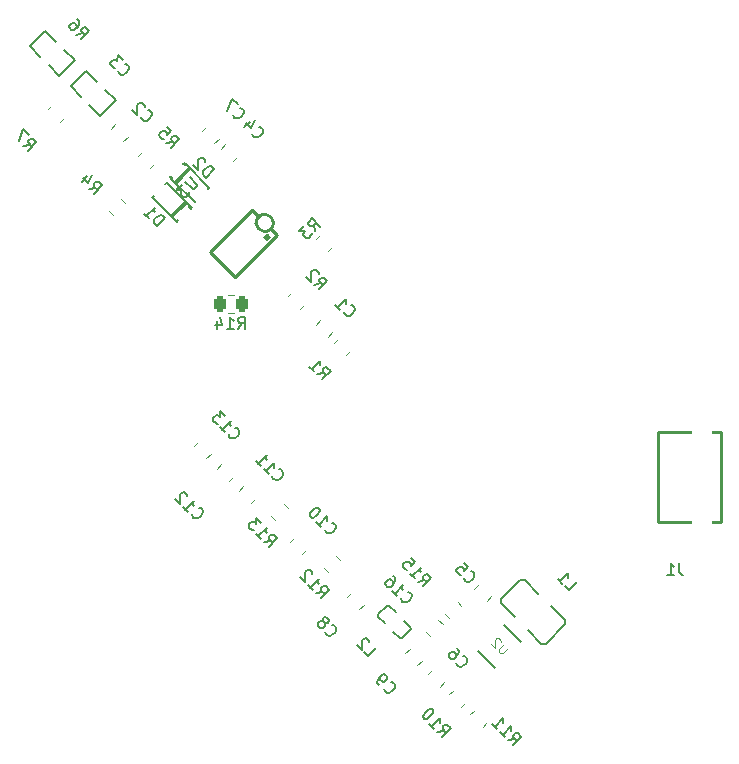
<source format=gbr>
%TF.GenerationSoftware,KiCad,Pcbnew,9.0.0*%
%TF.CreationDate,2025-06-12T12:31:43-07:00*%
%TF.ProjectId,PROVES_Cosmic_Watch,50524f56-4553-45f4-936f-736d69635f57,rev?*%
%TF.SameCoordinates,Original*%
%TF.FileFunction,Legend,Bot*%
%TF.FilePolarity,Positive*%
%FSLAX46Y46*%
G04 Gerber Fmt 4.6, Leading zero omitted, Abs format (unit mm)*
G04 Created by KiCad (PCBNEW 9.0.0) date 2025-06-12 12:31:43*
%MOMM*%
%LPD*%
G01*
G04 APERTURE LIST*
G04 Aperture macros list*
%AMRoundRect*
0 Rectangle with rounded corners*
0 $1 Rounding radius*
0 $2 $3 $4 $5 $6 $7 $8 $9 X,Y pos of 4 corners*
0 Add a 4 corners polygon primitive as box body*
4,1,4,$2,$3,$4,$5,$6,$7,$8,$9,$2,$3,0*
0 Add four circle primitives for the rounded corners*
1,1,$1+$1,$2,$3*
1,1,$1+$1,$4,$5*
1,1,$1+$1,$6,$7*
1,1,$1+$1,$8,$9*
0 Add four rect primitives between the rounded corners*
20,1,$1+$1,$2,$3,$4,$5,0*
20,1,$1+$1,$4,$5,$6,$7,0*
20,1,$1+$1,$6,$7,$8,$9,0*
20,1,$1+$1,$8,$9,$2,$3,0*%
%AMHorizOval*
0 Thick line with rounded ends*
0 $1 width*
0 $2 $3 position (X,Y) of the first rounded end (center of the circle)*
0 $4 $5 position (X,Y) of the second rounded end (center of the circle)*
0 Add line between two ends*
20,1,$1,$2,$3,$4,$5,0*
0 Add two circle primitives to create the rounded ends*
1,1,$1,$2,$3*
1,1,$1,$4,$5*%
%AMRotRect*
0 Rectangle, with rotation*
0 The origin of the aperture is its center*
0 $1 length*
0 $2 width*
0 $3 Rotation angle, in degrees counterclockwise*
0 Add horizontal line*
21,1,$1,$2,0,0,$3*%
G04 Aperture macros list end*
%ADD10C,0.150000*%
%ADD11C,0.125000*%
%ADD12C,0.120000*%
%ADD13C,0.250000*%
%ADD14C,0.300000*%
%ADD15C,0.152400*%
%ADD16C,0.000000*%
%ADD17C,2.000000*%
%ADD18C,2.700000*%
%ADD19C,5.000000*%
%ADD20R,1.520000X1.520000*%
%ADD21C,1.520000*%
%ADD22C,2.050000*%
%ADD23C,2.250000*%
%ADD24RoundRect,0.250000X-0.159099X0.512652X-0.512652X0.159099X0.159099X-0.512652X0.512652X-0.159099X0*%
%ADD25HorizOval,0.570000X-0.487904X0.487904X0.487904X-0.487904X0*%
%ADD26RotRect,0.950000X1.150000X135.000000*%
%ADD27RoundRect,0.250000X0.159099X-0.512652X0.512652X-0.159099X-0.159099X0.512652X-0.512652X0.159099X0*%
%ADD28RoundRect,0.250000X0.132583X-0.503814X0.503814X-0.132583X-0.132583X0.503814X-0.503814X0.132583X0*%
%ADD29RoundRect,0.250000X0.262500X0.450000X-0.262500X0.450000X-0.262500X-0.450000X0.262500X-0.450000X0*%
%ADD30RotRect,0.800000X0.860000X135.000000*%
%ADD31RoundRect,0.250000X0.503814X0.132583X0.132583X0.503814X-0.503814X-0.132583X-0.132583X-0.503814X0*%
%ADD32RoundRect,0.250000X-0.503814X-0.132583X-0.132583X-0.503814X0.503814X0.132583X0.132583X0.503814X0*%
%ADD33RotRect,1.470000X2.220000X315.000000*%
%ADD34RoundRect,0.250000X0.512652X0.159099X0.159099X0.512652X-0.512652X-0.159099X-0.159099X-0.512652X0*%
%ADD35RoundRect,0.250000X-0.132583X0.503814X-0.503814X0.132583X0.132583X-0.503814X0.503814X-0.132583X0*%
%ADD36R,1.380000X0.450000*%
%ADD37O,1.800000X1.400000*%
%ADD38R,1.900000X1.380000*%
%ADD39R,2.100000X1.480000*%
%ADD40RotRect,0.950000X1.150000X315.000000*%
%ADD41RotRect,1.130000X1.380000X135.000000*%
%ADD42RotRect,0.876300X0.508000X135.000000*%
G04 APERTURE END LIST*
D10*
X151913588Y-123142112D02*
X151913588Y-123209456D01*
X151913588Y-123209456D02*
X151980932Y-123344143D01*
X151980932Y-123344143D02*
X152048275Y-123411486D01*
X152048275Y-123411486D02*
X152182962Y-123478830D01*
X152182962Y-123478830D02*
X152317649Y-123478830D01*
X152317649Y-123478830D02*
X152418664Y-123445158D01*
X152418664Y-123445158D02*
X152587023Y-123344143D01*
X152587023Y-123344143D02*
X152688038Y-123243128D01*
X152688038Y-123243128D02*
X152789054Y-123074769D01*
X152789054Y-123074769D02*
X152822725Y-122973754D01*
X152822725Y-122973754D02*
X152822725Y-122839067D01*
X152822725Y-122839067D02*
X152755382Y-122704380D01*
X152755382Y-122704380D02*
X152688038Y-122637036D01*
X152688038Y-122637036D02*
X152553351Y-122569693D01*
X152553351Y-122569693D02*
X152486008Y-122569693D01*
X151947260Y-121896258D02*
X152081947Y-122030945D01*
X152081947Y-122030945D02*
X152115619Y-122131960D01*
X152115619Y-122131960D02*
X152115619Y-122199303D01*
X152115619Y-122199303D02*
X152081947Y-122367662D01*
X152081947Y-122367662D02*
X151980932Y-122536021D01*
X151980932Y-122536021D02*
X151711558Y-122805395D01*
X151711558Y-122805395D02*
X151610542Y-122839067D01*
X151610542Y-122839067D02*
X151543199Y-122839067D01*
X151543199Y-122839067D02*
X151442184Y-122805395D01*
X151442184Y-122805395D02*
X151307497Y-122670708D01*
X151307497Y-122670708D02*
X151273825Y-122569693D01*
X151273825Y-122569693D02*
X151273825Y-122502349D01*
X151273825Y-122502349D02*
X151307497Y-122401334D01*
X151307497Y-122401334D02*
X151475855Y-122232975D01*
X151475855Y-122232975D02*
X151576871Y-122199303D01*
X151576871Y-122199303D02*
X151644214Y-122199303D01*
X151644214Y-122199303D02*
X151745229Y-122232975D01*
X151745229Y-122232975D02*
X151879916Y-122367662D01*
X151879916Y-122367662D02*
X151913588Y-122468677D01*
X151913588Y-122468677D02*
X151913588Y-122536021D01*
X151913588Y-122536021D02*
X151879916Y-122637036D01*
X129323559Y-82006063D02*
X129895979Y-82578483D01*
X129895979Y-82578483D02*
X129929651Y-82679498D01*
X129929651Y-82679498D02*
X129929651Y-82746842D01*
X129929651Y-82746842D02*
X129895979Y-82847857D01*
X129895979Y-82847857D02*
X129761292Y-82982544D01*
X129761292Y-82982544D02*
X129660277Y-83016216D01*
X129660277Y-83016216D02*
X129592933Y-83016216D01*
X129592933Y-83016216D02*
X129491918Y-82982544D01*
X129491918Y-82982544D02*
X128919498Y-82410124D01*
X128650124Y-82679498D02*
X128212392Y-83117231D01*
X128212392Y-83117231D02*
X128717468Y-83150903D01*
X128717468Y-83150903D02*
X128616453Y-83251918D01*
X128616453Y-83251918D02*
X128582781Y-83352933D01*
X128582781Y-83352933D02*
X128582781Y-83420277D01*
X128582781Y-83420277D02*
X128616453Y-83521292D01*
X128616453Y-83521292D02*
X128784811Y-83689651D01*
X128784811Y-83689651D02*
X128885827Y-83723323D01*
X128885827Y-83723323D02*
X128953170Y-83723323D01*
X128953170Y-83723323D02*
X129054185Y-83689651D01*
X129054185Y-83689651D02*
X129256216Y-83487620D01*
X129256216Y-83487620D02*
X129289888Y-83386605D01*
X129289888Y-83386605D02*
X129289888Y-83319262D01*
X136340306Y-107358830D02*
X136340306Y-107426174D01*
X136340306Y-107426174D02*
X136407650Y-107560861D01*
X136407650Y-107560861D02*
X136474993Y-107628204D01*
X136474993Y-107628204D02*
X136609680Y-107695548D01*
X136609680Y-107695548D02*
X136744367Y-107695548D01*
X136744367Y-107695548D02*
X136845382Y-107661876D01*
X136845382Y-107661876D02*
X137013741Y-107560861D01*
X137013741Y-107560861D02*
X137114756Y-107459846D01*
X137114756Y-107459846D02*
X137215772Y-107291487D01*
X137215772Y-107291487D02*
X137249443Y-107190472D01*
X137249443Y-107190472D02*
X137249443Y-107055785D01*
X137249443Y-107055785D02*
X137182100Y-106921098D01*
X137182100Y-106921098D02*
X137114756Y-106853754D01*
X137114756Y-106853754D02*
X136980069Y-106786411D01*
X136980069Y-106786411D02*
X136912726Y-106786411D01*
X135599528Y-106752739D02*
X136003589Y-107156800D01*
X135801558Y-106954769D02*
X136508665Y-106247663D01*
X136508665Y-106247663D02*
X136474993Y-106416021D01*
X136474993Y-106416021D02*
X136474993Y-106550708D01*
X136474993Y-106550708D02*
X136508665Y-106651724D01*
X134926092Y-106079304D02*
X135330153Y-106483365D01*
X135128123Y-106281334D02*
X135835230Y-105574227D01*
X135835230Y-105574227D02*
X135801558Y-105742586D01*
X135801558Y-105742586D02*
X135801558Y-105877273D01*
X135801558Y-105877273D02*
X135835230Y-105978288D01*
X126525306Y-86193517D02*
X127232412Y-85486410D01*
X127232412Y-85486410D02*
X127064054Y-85318051D01*
X127064054Y-85318051D02*
X126929367Y-85250708D01*
X126929367Y-85250708D02*
X126794680Y-85250708D01*
X126794680Y-85250708D02*
X126693664Y-85284380D01*
X126693664Y-85284380D02*
X126525306Y-85385395D01*
X126525306Y-85385395D02*
X126424290Y-85486410D01*
X126424290Y-85486410D02*
X126323275Y-85654769D01*
X126323275Y-85654769D02*
X126289603Y-85755784D01*
X126289603Y-85755784D02*
X126289603Y-85890471D01*
X126289603Y-85890471D02*
X126356947Y-86025158D01*
X126356947Y-86025158D02*
X126525306Y-86193517D01*
X125447810Y-85116021D02*
X125851871Y-85520082D01*
X125649840Y-85318051D02*
X126356947Y-84610945D01*
X126356947Y-84610945D02*
X126323275Y-84779303D01*
X126323275Y-84779303D02*
X126323275Y-84913990D01*
X126323275Y-84913990D02*
X126356947Y-85015006D01*
X125213588Y-76947113D02*
X125213588Y-77014457D01*
X125213588Y-77014457D02*
X125280932Y-77149144D01*
X125280932Y-77149144D02*
X125348275Y-77216487D01*
X125348275Y-77216487D02*
X125482962Y-77283831D01*
X125482962Y-77283831D02*
X125617649Y-77283831D01*
X125617649Y-77283831D02*
X125718664Y-77250159D01*
X125718664Y-77250159D02*
X125887023Y-77149144D01*
X125887023Y-77149144D02*
X125988038Y-77048129D01*
X125988038Y-77048129D02*
X126089054Y-76879770D01*
X126089054Y-76879770D02*
X126122725Y-76778755D01*
X126122725Y-76778755D02*
X126122725Y-76644068D01*
X126122725Y-76644068D02*
X126055382Y-76509381D01*
X126055382Y-76509381D02*
X125988038Y-76442037D01*
X125988038Y-76442037D02*
X125853351Y-76374694D01*
X125853351Y-76374694D02*
X125786008Y-76374694D01*
X125516634Y-76105320D02*
X125516634Y-76037976D01*
X125516634Y-76037976D02*
X125482962Y-75936961D01*
X125482962Y-75936961D02*
X125314603Y-75768602D01*
X125314603Y-75768602D02*
X125213588Y-75734930D01*
X125213588Y-75734930D02*
X125146245Y-75734930D01*
X125146245Y-75734930D02*
X125045229Y-75768602D01*
X125045229Y-75768602D02*
X124977886Y-75835946D01*
X124977886Y-75835946D02*
X124910542Y-75970633D01*
X124910542Y-75970633D02*
X124910542Y-76778755D01*
X124910542Y-76778755D02*
X124472810Y-76341022D01*
X115241010Y-79384691D02*
X115813429Y-79283676D01*
X115645071Y-79788752D02*
X116352177Y-79081645D01*
X116352177Y-79081645D02*
X116082803Y-78812271D01*
X116082803Y-78812271D02*
X115981788Y-78778599D01*
X115981788Y-78778599D02*
X115914445Y-78778599D01*
X115914445Y-78778599D02*
X115813429Y-78812271D01*
X115813429Y-78812271D02*
X115712414Y-78913286D01*
X115712414Y-78913286D02*
X115678742Y-79014302D01*
X115678742Y-79014302D02*
X115678742Y-79081645D01*
X115678742Y-79081645D02*
X115712414Y-79182660D01*
X115712414Y-79182660D02*
X115981788Y-79452034D01*
X115712414Y-78441882D02*
X115241010Y-77970477D01*
X115241010Y-77970477D02*
X114836949Y-78980630D01*
X133441740Y-94891520D02*
X133775073Y-94415329D01*
X134013168Y-94891520D02*
X134013168Y-93891520D01*
X134013168Y-93891520D02*
X133632216Y-93891520D01*
X133632216Y-93891520D02*
X133536978Y-93939139D01*
X133536978Y-93939139D02*
X133489359Y-93986758D01*
X133489359Y-93986758D02*
X133441740Y-94081996D01*
X133441740Y-94081996D02*
X133441740Y-94224853D01*
X133441740Y-94224853D02*
X133489359Y-94320091D01*
X133489359Y-94320091D02*
X133536978Y-94367710D01*
X133536978Y-94367710D02*
X133632216Y-94415329D01*
X133632216Y-94415329D02*
X134013168Y-94415329D01*
X132489359Y-94891520D02*
X133060787Y-94891520D01*
X132775073Y-94891520D02*
X132775073Y-93891520D01*
X132775073Y-93891520D02*
X132870311Y-94034377D01*
X132870311Y-94034377D02*
X132965549Y-94129615D01*
X132965549Y-94129615D02*
X133060787Y-94177234D01*
X131632216Y-94224853D02*
X131632216Y-94891520D01*
X131870311Y-93843901D02*
X132108406Y-94558186D01*
X132108406Y-94558186D02*
X131489359Y-94558186D01*
X144095346Y-122277059D02*
X144432063Y-122613777D01*
X144432063Y-122613777D02*
X145139170Y-121906670D01*
X144533078Y-121435265D02*
X144533078Y-121367922D01*
X144533078Y-121367922D02*
X144499407Y-121266906D01*
X144499407Y-121266906D02*
X144331048Y-121098548D01*
X144331048Y-121098548D02*
X144230033Y-121064876D01*
X144230033Y-121064876D02*
X144162689Y-121064876D01*
X144162689Y-121064876D02*
X144061674Y-121098548D01*
X144061674Y-121098548D02*
X143994330Y-121165891D01*
X143994330Y-121165891D02*
X143926987Y-121300578D01*
X143926987Y-121300578D02*
X143926987Y-122108700D01*
X143926987Y-122108700D02*
X143489254Y-121670967D01*
X129510306Y-110588830D02*
X129510306Y-110656174D01*
X129510306Y-110656174D02*
X129577650Y-110790861D01*
X129577650Y-110790861D02*
X129644993Y-110858204D01*
X129644993Y-110858204D02*
X129779680Y-110925548D01*
X129779680Y-110925548D02*
X129914367Y-110925548D01*
X129914367Y-110925548D02*
X130015382Y-110891876D01*
X130015382Y-110891876D02*
X130183741Y-110790861D01*
X130183741Y-110790861D02*
X130284756Y-110689846D01*
X130284756Y-110689846D02*
X130385772Y-110521487D01*
X130385772Y-110521487D02*
X130419443Y-110420472D01*
X130419443Y-110420472D02*
X130419443Y-110285785D01*
X130419443Y-110285785D02*
X130352100Y-110151098D01*
X130352100Y-110151098D02*
X130284756Y-110083754D01*
X130284756Y-110083754D02*
X130150069Y-110016411D01*
X130150069Y-110016411D02*
X130082726Y-110016411D01*
X128769528Y-109982739D02*
X129173589Y-110386800D01*
X128971558Y-110184769D02*
X129678665Y-109477663D01*
X129678665Y-109477663D02*
X129644993Y-109646021D01*
X129644993Y-109646021D02*
X129644993Y-109780708D01*
X129644993Y-109780708D02*
X129678665Y-109881724D01*
X129139917Y-109073601D02*
X129139917Y-109006258D01*
X129139917Y-109006258D02*
X129106245Y-108905243D01*
X129106245Y-108905243D02*
X128937886Y-108736884D01*
X128937886Y-108736884D02*
X128836871Y-108703212D01*
X128836871Y-108703212D02*
X128769527Y-108703212D01*
X128769527Y-108703212D02*
X128668512Y-108736884D01*
X128668512Y-108736884D02*
X128601169Y-108804227D01*
X128601169Y-108804227D02*
X128533825Y-108938914D01*
X128533825Y-108938914D02*
X128533825Y-109747036D01*
X128533825Y-109747036D02*
X128096092Y-109309304D01*
X120785020Y-83038231D02*
X121357439Y-82937216D01*
X121189081Y-83442292D02*
X121896187Y-82735185D01*
X121896187Y-82735185D02*
X121626813Y-82465811D01*
X121626813Y-82465811D02*
X121525798Y-82432139D01*
X121525798Y-82432139D02*
X121458455Y-82432139D01*
X121458455Y-82432139D02*
X121357439Y-82465811D01*
X121357439Y-82465811D02*
X121256424Y-82566826D01*
X121256424Y-82566826D02*
X121222752Y-82667842D01*
X121222752Y-82667842D02*
X121222752Y-82735185D01*
X121222752Y-82735185D02*
X121256424Y-82836200D01*
X121256424Y-82836200D02*
X121525798Y-83105574D01*
X120650333Y-81960735D02*
X120178928Y-82432139D01*
X121088065Y-81859720D02*
X120751348Y-82533155D01*
X120751348Y-82533155D02*
X120313615Y-82095422D01*
X135602963Y-112916174D02*
X136175382Y-112815159D01*
X136007024Y-113320235D02*
X136714130Y-112613128D01*
X136714130Y-112613128D02*
X136444756Y-112343754D01*
X136444756Y-112343754D02*
X136343741Y-112310082D01*
X136343741Y-112310082D02*
X136276398Y-112310082D01*
X136276398Y-112310082D02*
X136175382Y-112343754D01*
X136175382Y-112343754D02*
X136074367Y-112444769D01*
X136074367Y-112444769D02*
X136040695Y-112545785D01*
X136040695Y-112545785D02*
X136040695Y-112613128D01*
X136040695Y-112613128D02*
X136074367Y-112714143D01*
X136074367Y-112714143D02*
X136343741Y-112983517D01*
X134929528Y-112242739D02*
X135333589Y-112646800D01*
X135131558Y-112444769D02*
X135838665Y-111737663D01*
X135838665Y-111737663D02*
X135804993Y-111906021D01*
X135804993Y-111906021D02*
X135804993Y-112040708D01*
X135804993Y-112040708D02*
X135838665Y-112141724D01*
X135400932Y-111299930D02*
X134963199Y-110862197D01*
X134963199Y-110862197D02*
X134929527Y-111367273D01*
X134929527Y-111367273D02*
X134828512Y-111266258D01*
X134828512Y-111266258D02*
X134727497Y-111232586D01*
X134727497Y-111232586D02*
X134660153Y-111232586D01*
X134660153Y-111232586D02*
X134559138Y-111266258D01*
X134559138Y-111266258D02*
X134390779Y-111434617D01*
X134390779Y-111434617D02*
X134357108Y-111535632D01*
X134357108Y-111535632D02*
X134357108Y-111602975D01*
X134357108Y-111602975D02*
X134390779Y-111703991D01*
X134390779Y-111703991D02*
X134592810Y-111906021D01*
X134592810Y-111906021D02*
X134693825Y-111939693D01*
X134693825Y-111939693D02*
X134761169Y-111939693D01*
X161095346Y-116662059D02*
X161432063Y-116998777D01*
X161432063Y-116998777D02*
X162139170Y-116291670D01*
X160489254Y-116055967D02*
X160893315Y-116460028D01*
X160691285Y-116257998D02*
X161398391Y-115550891D01*
X161398391Y-115550891D02*
X161364720Y-115719250D01*
X161364720Y-115719250D02*
X161364720Y-115853937D01*
X161364720Y-115853937D02*
X161398391Y-115954952D01*
X132620306Y-103818830D02*
X132620306Y-103886174D01*
X132620306Y-103886174D02*
X132687650Y-104020861D01*
X132687650Y-104020861D02*
X132754993Y-104088204D01*
X132754993Y-104088204D02*
X132889680Y-104155548D01*
X132889680Y-104155548D02*
X133024367Y-104155548D01*
X133024367Y-104155548D02*
X133125382Y-104121876D01*
X133125382Y-104121876D02*
X133293741Y-104020861D01*
X133293741Y-104020861D02*
X133394756Y-103919846D01*
X133394756Y-103919846D02*
X133495772Y-103751487D01*
X133495772Y-103751487D02*
X133529443Y-103650472D01*
X133529443Y-103650472D02*
X133529443Y-103515785D01*
X133529443Y-103515785D02*
X133462100Y-103381098D01*
X133462100Y-103381098D02*
X133394756Y-103313754D01*
X133394756Y-103313754D02*
X133260069Y-103246411D01*
X133260069Y-103246411D02*
X133192726Y-103246411D01*
X131879528Y-103212739D02*
X132283589Y-103616800D01*
X132081558Y-103414769D02*
X132788665Y-102707663D01*
X132788665Y-102707663D02*
X132754993Y-102876021D01*
X132754993Y-102876021D02*
X132754993Y-103010708D01*
X132754993Y-103010708D02*
X132788665Y-103111724D01*
X132350932Y-102269930D02*
X131913199Y-101832197D01*
X131913199Y-101832197D02*
X131879527Y-102337273D01*
X131879527Y-102337273D02*
X131778512Y-102236258D01*
X131778512Y-102236258D02*
X131677497Y-102202586D01*
X131677497Y-102202586D02*
X131610153Y-102202586D01*
X131610153Y-102202586D02*
X131509138Y-102236258D01*
X131509138Y-102236258D02*
X131340779Y-102404617D01*
X131340779Y-102404617D02*
X131307108Y-102505632D01*
X131307108Y-102505632D02*
X131307108Y-102572975D01*
X131307108Y-102572975D02*
X131340779Y-102673991D01*
X131340779Y-102673991D02*
X131542810Y-102876021D01*
X131542810Y-102876021D02*
X131643825Y-102909693D01*
X131643825Y-102909693D02*
X131711169Y-102909693D01*
X147210306Y-117708830D02*
X147210306Y-117776174D01*
X147210306Y-117776174D02*
X147277650Y-117910861D01*
X147277650Y-117910861D02*
X147344993Y-117978204D01*
X147344993Y-117978204D02*
X147479680Y-118045548D01*
X147479680Y-118045548D02*
X147614367Y-118045548D01*
X147614367Y-118045548D02*
X147715382Y-118011876D01*
X147715382Y-118011876D02*
X147883741Y-117910861D01*
X147883741Y-117910861D02*
X147984756Y-117809846D01*
X147984756Y-117809846D02*
X148085772Y-117641487D01*
X148085772Y-117641487D02*
X148119443Y-117540472D01*
X148119443Y-117540472D02*
X148119443Y-117405785D01*
X148119443Y-117405785D02*
X148052100Y-117271098D01*
X148052100Y-117271098D02*
X147984756Y-117203754D01*
X147984756Y-117203754D02*
X147850069Y-117136411D01*
X147850069Y-117136411D02*
X147782726Y-117136411D01*
X146469528Y-117102739D02*
X146873589Y-117506800D01*
X146671558Y-117304769D02*
X147378665Y-116597663D01*
X147378665Y-116597663D02*
X147344993Y-116766021D01*
X147344993Y-116766021D02*
X147344993Y-116900708D01*
X147344993Y-116900708D02*
X147378665Y-117001724D01*
X146570543Y-115789540D02*
X146705230Y-115924227D01*
X146705230Y-115924227D02*
X146738901Y-116025243D01*
X146738901Y-116025243D02*
X146738901Y-116092586D01*
X146738901Y-116092586D02*
X146705230Y-116260945D01*
X146705230Y-116260945D02*
X146604214Y-116429304D01*
X146604214Y-116429304D02*
X146334840Y-116698678D01*
X146334840Y-116698678D02*
X146233825Y-116732349D01*
X146233825Y-116732349D02*
X146166482Y-116732349D01*
X146166482Y-116732349D02*
X146065466Y-116698678D01*
X146065466Y-116698678D02*
X145930779Y-116563991D01*
X145930779Y-116563991D02*
X145897108Y-116462975D01*
X145897108Y-116462975D02*
X145897108Y-116395632D01*
X145897108Y-116395632D02*
X145930779Y-116294617D01*
X145930779Y-116294617D02*
X146099138Y-116126258D01*
X146099138Y-116126258D02*
X146200153Y-116092586D01*
X146200153Y-116092586D02*
X146267497Y-116092586D01*
X146267497Y-116092586D02*
X146368512Y-116126258D01*
X146368512Y-116126258D02*
X146503199Y-116260945D01*
X146503199Y-116260945D02*
X146536871Y-116361960D01*
X146536871Y-116361960D02*
X146536871Y-116429304D01*
X146536871Y-116429304D02*
X146503199Y-116530319D01*
X139971505Y-86635803D02*
X139870490Y-86063384D01*
X140375566Y-86231742D02*
X139668459Y-85524636D01*
X139668459Y-85524636D02*
X139399085Y-85794010D01*
X139399085Y-85794010D02*
X139365413Y-85895025D01*
X139365413Y-85895025D02*
X139365413Y-85962368D01*
X139365413Y-85962368D02*
X139399085Y-86063384D01*
X139399085Y-86063384D02*
X139500100Y-86164399D01*
X139500100Y-86164399D02*
X139601116Y-86198071D01*
X139601116Y-86198071D02*
X139668459Y-86198071D01*
X139668459Y-86198071D02*
X139769474Y-86164399D01*
X139769474Y-86164399D02*
X140038848Y-85895025D01*
X139028696Y-86164399D02*
X138590963Y-86602132D01*
X138590963Y-86602132D02*
X139096039Y-86635803D01*
X139096039Y-86635803D02*
X138995024Y-86736819D01*
X138995024Y-86736819D02*
X138961352Y-86837834D01*
X138961352Y-86837834D02*
X138961352Y-86905177D01*
X138961352Y-86905177D02*
X138995024Y-87006193D01*
X138995024Y-87006193D02*
X139163383Y-87174551D01*
X139163383Y-87174551D02*
X139264398Y-87208223D01*
X139264398Y-87208223D02*
X139331742Y-87208223D01*
X139331742Y-87208223D02*
X139432757Y-87174551D01*
X139432757Y-87174551D02*
X139634787Y-86972521D01*
X139634787Y-86972521D02*
X139668459Y-86871506D01*
X139668459Y-86871506D02*
X139668459Y-86804162D01*
X140141480Y-98744221D02*
X140713899Y-98643206D01*
X140545541Y-99148282D02*
X141252647Y-98441175D01*
X141252647Y-98441175D02*
X140983273Y-98171801D01*
X140983273Y-98171801D02*
X140882258Y-98138129D01*
X140882258Y-98138129D02*
X140814915Y-98138129D01*
X140814915Y-98138129D02*
X140713899Y-98171801D01*
X140713899Y-98171801D02*
X140612884Y-98272816D01*
X140612884Y-98272816D02*
X140579212Y-98373832D01*
X140579212Y-98373832D02*
X140579212Y-98441175D01*
X140579212Y-98441175D02*
X140612884Y-98542190D01*
X140612884Y-98542190D02*
X140882258Y-98811564D01*
X139468045Y-98070786D02*
X139872106Y-98474847D01*
X139670075Y-98272816D02*
X140377182Y-97565710D01*
X140377182Y-97565710D02*
X140343510Y-97734068D01*
X140343510Y-97734068D02*
X140343510Y-97868755D01*
X140343510Y-97868755D02*
X140377182Y-97969771D01*
X132983588Y-76732113D02*
X132983588Y-76799457D01*
X132983588Y-76799457D02*
X133050932Y-76934144D01*
X133050932Y-76934144D02*
X133118275Y-77001487D01*
X133118275Y-77001487D02*
X133252962Y-77068831D01*
X133252962Y-77068831D02*
X133387649Y-77068831D01*
X133387649Y-77068831D02*
X133488664Y-77035159D01*
X133488664Y-77035159D02*
X133657023Y-76934144D01*
X133657023Y-76934144D02*
X133758038Y-76833129D01*
X133758038Y-76833129D02*
X133859054Y-76664770D01*
X133859054Y-76664770D02*
X133892725Y-76563755D01*
X133892725Y-76563755D02*
X133892725Y-76429068D01*
X133892725Y-76429068D02*
X133825382Y-76294381D01*
X133825382Y-76294381D02*
X133758038Y-76227037D01*
X133758038Y-76227037D02*
X133623351Y-76159694D01*
X133623351Y-76159694D02*
X133556008Y-76159694D01*
X133387649Y-75856648D02*
X132916245Y-75385243D01*
X132916245Y-75385243D02*
X132512184Y-76395396D01*
X156295742Y-129702925D02*
X156868161Y-129601910D01*
X156699803Y-130106986D02*
X157406909Y-129399879D01*
X157406909Y-129399879D02*
X157137535Y-129130505D01*
X157137535Y-129130505D02*
X157036520Y-129096833D01*
X157036520Y-129096833D02*
X156969177Y-129096833D01*
X156969177Y-129096833D02*
X156868161Y-129130505D01*
X156868161Y-129130505D02*
X156767146Y-129231520D01*
X156767146Y-129231520D02*
X156733474Y-129332536D01*
X156733474Y-129332536D02*
X156733474Y-129399879D01*
X156733474Y-129399879D02*
X156767146Y-129500894D01*
X156767146Y-129500894D02*
X157036520Y-129770268D01*
X155622307Y-129029490D02*
X156026368Y-129433551D01*
X155824337Y-129231520D02*
X156531444Y-128524414D01*
X156531444Y-128524414D02*
X156497772Y-128692772D01*
X156497772Y-128692772D02*
X156497772Y-128827459D01*
X156497772Y-128827459D02*
X156531444Y-128928475D01*
X154948871Y-128356055D02*
X155352932Y-128760116D01*
X155150902Y-128558085D02*
X155858009Y-127850978D01*
X155858009Y-127850978D02*
X155824337Y-128019337D01*
X155824337Y-128019337D02*
X155824337Y-128154024D01*
X155824337Y-128154024D02*
X155858009Y-128255039D01*
X145803588Y-125342112D02*
X145803588Y-125409456D01*
X145803588Y-125409456D02*
X145870932Y-125544143D01*
X145870932Y-125544143D02*
X145938275Y-125611486D01*
X145938275Y-125611486D02*
X146072962Y-125678830D01*
X146072962Y-125678830D02*
X146207649Y-125678830D01*
X146207649Y-125678830D02*
X146308664Y-125645158D01*
X146308664Y-125645158D02*
X146477023Y-125544143D01*
X146477023Y-125544143D02*
X146578038Y-125443128D01*
X146578038Y-125443128D02*
X146679054Y-125274769D01*
X146679054Y-125274769D02*
X146712725Y-125173754D01*
X146712725Y-125173754D02*
X146712725Y-125039067D01*
X146712725Y-125039067D02*
X146645382Y-124904380D01*
X146645382Y-124904380D02*
X146578038Y-124837036D01*
X146578038Y-124837036D02*
X146443351Y-124769693D01*
X146443351Y-124769693D02*
X146376008Y-124769693D01*
X145399527Y-125072738D02*
X145264840Y-124938051D01*
X145264840Y-124938051D02*
X145231168Y-124837036D01*
X145231168Y-124837036D02*
X145231168Y-124769693D01*
X145231168Y-124769693D02*
X145264840Y-124601334D01*
X145264840Y-124601334D02*
X145365855Y-124432975D01*
X145365855Y-124432975D02*
X145635229Y-124163601D01*
X145635229Y-124163601D02*
X145736245Y-124129929D01*
X145736245Y-124129929D02*
X145803588Y-124129929D01*
X145803588Y-124129929D02*
X145904603Y-124163601D01*
X145904603Y-124163601D02*
X146039290Y-124298288D01*
X146039290Y-124298288D02*
X146072962Y-124399303D01*
X146072962Y-124399303D02*
X146072962Y-124466647D01*
X146072962Y-124466647D02*
X146039290Y-124567662D01*
X146039290Y-124567662D02*
X145870932Y-124736021D01*
X145870932Y-124736021D02*
X145769916Y-124769693D01*
X145769916Y-124769693D02*
X145702573Y-124769693D01*
X145702573Y-124769693D02*
X145601558Y-124736021D01*
X145601558Y-124736021D02*
X145466871Y-124601334D01*
X145466871Y-124601334D02*
X145433199Y-124500319D01*
X145433199Y-124500319D02*
X145433199Y-124432975D01*
X145433199Y-124432975D02*
X145466871Y-124331960D01*
X170758333Y-114724819D02*
X170758333Y-115439104D01*
X170758333Y-115439104D02*
X170805952Y-115581961D01*
X170805952Y-115581961D02*
X170901190Y-115677200D01*
X170901190Y-115677200D02*
X171044047Y-115724819D01*
X171044047Y-115724819D02*
X171139285Y-115724819D01*
X169758333Y-115724819D02*
X170329761Y-115724819D01*
X170044047Y-115724819D02*
X170044047Y-114724819D01*
X170044047Y-114724819D02*
X170139285Y-114867676D01*
X170139285Y-114867676D02*
X170234523Y-114962914D01*
X170234523Y-114962914D02*
X170329761Y-115010533D01*
X140823588Y-120512112D02*
X140823588Y-120579456D01*
X140823588Y-120579456D02*
X140890932Y-120714143D01*
X140890932Y-120714143D02*
X140958275Y-120781486D01*
X140958275Y-120781486D02*
X141092962Y-120848830D01*
X141092962Y-120848830D02*
X141227649Y-120848830D01*
X141227649Y-120848830D02*
X141328664Y-120815158D01*
X141328664Y-120815158D02*
X141497023Y-120714143D01*
X141497023Y-120714143D02*
X141598038Y-120613128D01*
X141598038Y-120613128D02*
X141699054Y-120444769D01*
X141699054Y-120444769D02*
X141732725Y-120343754D01*
X141732725Y-120343754D02*
X141732725Y-120209067D01*
X141732725Y-120209067D02*
X141665382Y-120074380D01*
X141665382Y-120074380D02*
X141598038Y-120007036D01*
X141598038Y-120007036D02*
X141463351Y-119939693D01*
X141463351Y-119939693D02*
X141396008Y-119939693D01*
X140756245Y-119771334D02*
X140857260Y-119805006D01*
X140857260Y-119805006D02*
X140924603Y-119805006D01*
X140924603Y-119805006D02*
X141025619Y-119771334D01*
X141025619Y-119771334D02*
X141059290Y-119737662D01*
X141059290Y-119737662D02*
X141092962Y-119636647D01*
X141092962Y-119636647D02*
X141092962Y-119569303D01*
X141092962Y-119569303D02*
X141059290Y-119468288D01*
X141059290Y-119468288D02*
X140924603Y-119333601D01*
X140924603Y-119333601D02*
X140823588Y-119299929D01*
X140823588Y-119299929D02*
X140756245Y-119299929D01*
X140756245Y-119299929D02*
X140655229Y-119333601D01*
X140655229Y-119333601D02*
X140621558Y-119367273D01*
X140621558Y-119367273D02*
X140587886Y-119468288D01*
X140587886Y-119468288D02*
X140587886Y-119535632D01*
X140587886Y-119535632D02*
X140621558Y-119636647D01*
X140621558Y-119636647D02*
X140756245Y-119771334D01*
X140756245Y-119771334D02*
X140789916Y-119872349D01*
X140789916Y-119872349D02*
X140789916Y-119939693D01*
X140789916Y-119939693D02*
X140756245Y-120040708D01*
X140756245Y-120040708D02*
X140621558Y-120175395D01*
X140621558Y-120175395D02*
X140520542Y-120209067D01*
X140520542Y-120209067D02*
X140453199Y-120209067D01*
X140453199Y-120209067D02*
X140352184Y-120175395D01*
X140352184Y-120175395D02*
X140217497Y-120040708D01*
X140217497Y-120040708D02*
X140183825Y-119939693D01*
X140183825Y-119939693D02*
X140183825Y-119872349D01*
X140183825Y-119872349D02*
X140217497Y-119771334D01*
X140217497Y-119771334D02*
X140352184Y-119636647D01*
X140352184Y-119636647D02*
X140453199Y-119602975D01*
X140453199Y-119602975D02*
X140520542Y-119602975D01*
X140520542Y-119602975D02*
X140621558Y-119636647D01*
X130700306Y-82073517D02*
X131407412Y-81366410D01*
X131407412Y-81366410D02*
X131239054Y-81198051D01*
X131239054Y-81198051D02*
X131104367Y-81130708D01*
X131104367Y-81130708D02*
X130969680Y-81130708D01*
X130969680Y-81130708D02*
X130868664Y-81164380D01*
X130868664Y-81164380D02*
X130700306Y-81265395D01*
X130700306Y-81265395D02*
X130599290Y-81366410D01*
X130599290Y-81366410D02*
X130498275Y-81534769D01*
X130498275Y-81534769D02*
X130464603Y-81635784D01*
X130464603Y-81635784D02*
X130464603Y-81770471D01*
X130464603Y-81770471D02*
X130531947Y-81905158D01*
X130531947Y-81905158D02*
X130700306Y-82073517D01*
X130666634Y-80760319D02*
X130666634Y-80692975D01*
X130666634Y-80692975D02*
X130632962Y-80591960D01*
X130632962Y-80591960D02*
X130464603Y-80423601D01*
X130464603Y-80423601D02*
X130363588Y-80389929D01*
X130363588Y-80389929D02*
X130296245Y-80389929D01*
X130296245Y-80389929D02*
X130195229Y-80423601D01*
X130195229Y-80423601D02*
X130127886Y-80490945D01*
X130127886Y-80490945D02*
X130060542Y-80625632D01*
X130060542Y-80625632D02*
X130060542Y-81433754D01*
X130060542Y-81433754D02*
X129622810Y-80996021D01*
X152533588Y-115952111D02*
X152533588Y-116019455D01*
X152533588Y-116019455D02*
X152600932Y-116154142D01*
X152600932Y-116154142D02*
X152668275Y-116221485D01*
X152668275Y-116221485D02*
X152802962Y-116288829D01*
X152802962Y-116288829D02*
X152937649Y-116288829D01*
X152937649Y-116288829D02*
X153038664Y-116255157D01*
X153038664Y-116255157D02*
X153207023Y-116154142D01*
X153207023Y-116154142D02*
X153308038Y-116053127D01*
X153308038Y-116053127D02*
X153409054Y-115884768D01*
X153409054Y-115884768D02*
X153442725Y-115783753D01*
X153442725Y-115783753D02*
X153442725Y-115649066D01*
X153442725Y-115649066D02*
X153375382Y-115514379D01*
X153375382Y-115514379D02*
X153308038Y-115447035D01*
X153308038Y-115447035D02*
X153173351Y-115379692D01*
X153173351Y-115379692D02*
X153106008Y-115379692D01*
X152533588Y-114672585D02*
X152870306Y-115009302D01*
X152870306Y-115009302D02*
X152567260Y-115379692D01*
X152567260Y-115379692D02*
X152567260Y-115312348D01*
X152567260Y-115312348D02*
X152533588Y-115211333D01*
X152533588Y-115211333D02*
X152365229Y-115042974D01*
X152365229Y-115042974D02*
X152264214Y-115009302D01*
X152264214Y-115009302D02*
X152196871Y-115009302D01*
X152196871Y-115009302D02*
X152095855Y-115042974D01*
X152095855Y-115042974D02*
X151927497Y-115211333D01*
X151927497Y-115211333D02*
X151893825Y-115312348D01*
X151893825Y-115312348D02*
X151893825Y-115379692D01*
X151893825Y-115379692D02*
X151927497Y-115480707D01*
X151927497Y-115480707D02*
X152095855Y-115649066D01*
X152095855Y-115649066D02*
X152196871Y-115682737D01*
X152196871Y-115682737D02*
X152264214Y-115682737D01*
X139866245Y-91139456D02*
X140438664Y-91038441D01*
X140270306Y-91543517D02*
X140977412Y-90836410D01*
X140977412Y-90836410D02*
X140708038Y-90567036D01*
X140708038Y-90567036D02*
X140607023Y-90533364D01*
X140607023Y-90533364D02*
X140539680Y-90533364D01*
X140539680Y-90533364D02*
X140438664Y-90567036D01*
X140438664Y-90567036D02*
X140337649Y-90668051D01*
X140337649Y-90668051D02*
X140303977Y-90769067D01*
X140303977Y-90769067D02*
X140303977Y-90836410D01*
X140303977Y-90836410D02*
X140337649Y-90937425D01*
X140337649Y-90937425D02*
X140607023Y-91206799D01*
X140236634Y-90230319D02*
X140236634Y-90162975D01*
X140236634Y-90162975D02*
X140202962Y-90061960D01*
X140202962Y-90061960D02*
X140034603Y-89893601D01*
X140034603Y-89893601D02*
X139933588Y-89859929D01*
X139933588Y-89859929D02*
X139866245Y-89859929D01*
X139866245Y-89859929D02*
X139765229Y-89893601D01*
X139765229Y-89893601D02*
X139697886Y-89960945D01*
X139697886Y-89960945D02*
X139630542Y-90095632D01*
X139630542Y-90095632D02*
X139630542Y-90903754D01*
X139630542Y-90903754D02*
X139192810Y-90466021D01*
X140790306Y-111868830D02*
X140790306Y-111936174D01*
X140790306Y-111936174D02*
X140857650Y-112070861D01*
X140857650Y-112070861D02*
X140924993Y-112138204D01*
X140924993Y-112138204D02*
X141059680Y-112205548D01*
X141059680Y-112205548D02*
X141194367Y-112205548D01*
X141194367Y-112205548D02*
X141295382Y-112171876D01*
X141295382Y-112171876D02*
X141463741Y-112070861D01*
X141463741Y-112070861D02*
X141564756Y-111969846D01*
X141564756Y-111969846D02*
X141665772Y-111801487D01*
X141665772Y-111801487D02*
X141699443Y-111700472D01*
X141699443Y-111700472D02*
X141699443Y-111565785D01*
X141699443Y-111565785D02*
X141632100Y-111431098D01*
X141632100Y-111431098D02*
X141564756Y-111363754D01*
X141564756Y-111363754D02*
X141430069Y-111296411D01*
X141430069Y-111296411D02*
X141362726Y-111296411D01*
X140049528Y-111262739D02*
X140453589Y-111666800D01*
X140251558Y-111464769D02*
X140958665Y-110757663D01*
X140958665Y-110757663D02*
X140924993Y-110926021D01*
X140924993Y-110926021D02*
X140924993Y-111060708D01*
X140924993Y-111060708D02*
X140958665Y-111161724D01*
X140318901Y-110117899D02*
X140251558Y-110050556D01*
X140251558Y-110050556D02*
X140150543Y-110016884D01*
X140150543Y-110016884D02*
X140083199Y-110016884D01*
X140083199Y-110016884D02*
X139982184Y-110050556D01*
X139982184Y-110050556D02*
X139813825Y-110151571D01*
X139813825Y-110151571D02*
X139645466Y-110319930D01*
X139645466Y-110319930D02*
X139544451Y-110488288D01*
X139544451Y-110488288D02*
X139510779Y-110589304D01*
X139510779Y-110589304D02*
X139510779Y-110656647D01*
X139510779Y-110656647D02*
X139544451Y-110757662D01*
X139544451Y-110757662D02*
X139611795Y-110825006D01*
X139611795Y-110825006D02*
X139712810Y-110858678D01*
X139712810Y-110858678D02*
X139780153Y-110858678D01*
X139780153Y-110858678D02*
X139881169Y-110825006D01*
X139881169Y-110825006D02*
X140049527Y-110723991D01*
X140049527Y-110723991D02*
X140217886Y-110555632D01*
X140217886Y-110555632D02*
X140318901Y-110387273D01*
X140318901Y-110387273D02*
X140352573Y-110286258D01*
X140352573Y-110286258D02*
X140352573Y-110218914D01*
X140352573Y-110218914D02*
X140318901Y-110117899D01*
X119704245Y-69961456D02*
X120276664Y-69860441D01*
X120108306Y-70365517D02*
X120815412Y-69658410D01*
X120815412Y-69658410D02*
X120546038Y-69389036D01*
X120546038Y-69389036D02*
X120445023Y-69355364D01*
X120445023Y-69355364D02*
X120377680Y-69355364D01*
X120377680Y-69355364D02*
X120276664Y-69389036D01*
X120276664Y-69389036D02*
X120175649Y-69490051D01*
X120175649Y-69490051D02*
X120141977Y-69591067D01*
X120141977Y-69591067D02*
X120141977Y-69658410D01*
X120141977Y-69658410D02*
X120175649Y-69759425D01*
X120175649Y-69759425D02*
X120445023Y-70028799D01*
X119805260Y-68648258D02*
X119939947Y-68782945D01*
X119939947Y-68782945D02*
X119973619Y-68883960D01*
X119973619Y-68883960D02*
X119973619Y-68951303D01*
X119973619Y-68951303D02*
X119939947Y-69119662D01*
X119939947Y-69119662D02*
X119838932Y-69288021D01*
X119838932Y-69288021D02*
X119569558Y-69557395D01*
X119569558Y-69557395D02*
X119468542Y-69591067D01*
X119468542Y-69591067D02*
X119401199Y-69591067D01*
X119401199Y-69591067D02*
X119300184Y-69557395D01*
X119300184Y-69557395D02*
X119165497Y-69422708D01*
X119165497Y-69422708D02*
X119131825Y-69321693D01*
X119131825Y-69321693D02*
X119131825Y-69254349D01*
X119131825Y-69254349D02*
X119165497Y-69153334D01*
X119165497Y-69153334D02*
X119333855Y-68984975D01*
X119333855Y-68984975D02*
X119434871Y-68951303D01*
X119434871Y-68951303D02*
X119502214Y-68951303D01*
X119502214Y-68951303D02*
X119603229Y-68984975D01*
X119603229Y-68984975D02*
X119737916Y-69119662D01*
X119737916Y-69119662D02*
X119771588Y-69220677D01*
X119771588Y-69220677D02*
X119771588Y-69288021D01*
X119771588Y-69288021D02*
X119737916Y-69389036D01*
D11*
X156289893Y-121877720D02*
X155831957Y-122335656D01*
X155831957Y-122335656D02*
X155751145Y-122362593D01*
X155751145Y-122362593D02*
X155697270Y-122362593D01*
X155697270Y-122362593D02*
X155616458Y-122335656D01*
X155616458Y-122335656D02*
X155508708Y-122227906D01*
X155508708Y-122227906D02*
X155481771Y-122147094D01*
X155481771Y-122147094D02*
X155481771Y-122093219D01*
X155481771Y-122093219D02*
X155508708Y-122012407D01*
X155508708Y-122012407D02*
X155966644Y-121554471D01*
X155670333Y-121365910D02*
X155670333Y-121312035D01*
X155670333Y-121312035D02*
X155643395Y-121231223D01*
X155643395Y-121231223D02*
X155508708Y-121096536D01*
X155508708Y-121096536D02*
X155427896Y-121069598D01*
X155427896Y-121069598D02*
X155374021Y-121069598D01*
X155374021Y-121069598D02*
X155293209Y-121096536D01*
X155293209Y-121096536D02*
X155239334Y-121150410D01*
X155239334Y-121150410D02*
X155185459Y-121258160D01*
X155185459Y-121258160D02*
X155185459Y-121904658D01*
X155185459Y-121904658D02*
X154835273Y-121554472D01*
D10*
X140012963Y-117256174D02*
X140585382Y-117155159D01*
X140417024Y-117660235D02*
X141124130Y-116953128D01*
X141124130Y-116953128D02*
X140854756Y-116683754D01*
X140854756Y-116683754D02*
X140753741Y-116650082D01*
X140753741Y-116650082D02*
X140686398Y-116650082D01*
X140686398Y-116650082D02*
X140585382Y-116683754D01*
X140585382Y-116683754D02*
X140484367Y-116784769D01*
X140484367Y-116784769D02*
X140450695Y-116885785D01*
X140450695Y-116885785D02*
X140450695Y-116953128D01*
X140450695Y-116953128D02*
X140484367Y-117054143D01*
X140484367Y-117054143D02*
X140753741Y-117323517D01*
X139339528Y-116582739D02*
X139743589Y-116986800D01*
X139541558Y-116784769D02*
X140248665Y-116077663D01*
X140248665Y-116077663D02*
X140214993Y-116246021D01*
X140214993Y-116246021D02*
X140214993Y-116380708D01*
X140214993Y-116380708D02*
X140248665Y-116481724D01*
X139709917Y-115673601D02*
X139709917Y-115606258D01*
X139709917Y-115606258D02*
X139676245Y-115505243D01*
X139676245Y-115505243D02*
X139507886Y-115336884D01*
X139507886Y-115336884D02*
X139406871Y-115303212D01*
X139406871Y-115303212D02*
X139339527Y-115303212D01*
X139339527Y-115303212D02*
X139238512Y-115336884D01*
X139238512Y-115336884D02*
X139171169Y-115404227D01*
X139171169Y-115404227D02*
X139103825Y-115538914D01*
X139103825Y-115538914D02*
X139103825Y-116347036D01*
X139103825Y-116347036D02*
X138666092Y-115909304D01*
X123262363Y-73020887D02*
X123262363Y-73088231D01*
X123262363Y-73088231D02*
X123329707Y-73222918D01*
X123329707Y-73222918D02*
X123397050Y-73290261D01*
X123397050Y-73290261D02*
X123531737Y-73357605D01*
X123531737Y-73357605D02*
X123666424Y-73357605D01*
X123666424Y-73357605D02*
X123767439Y-73323933D01*
X123767439Y-73323933D02*
X123935798Y-73222918D01*
X123935798Y-73222918D02*
X124036813Y-73121903D01*
X124036813Y-73121903D02*
X124137829Y-72953544D01*
X124137829Y-72953544D02*
X124171500Y-72852529D01*
X124171500Y-72852529D02*
X124171500Y-72717842D01*
X124171500Y-72717842D02*
X124104157Y-72583155D01*
X124104157Y-72583155D02*
X124036813Y-72515811D01*
X124036813Y-72515811D02*
X123902126Y-72448468D01*
X123902126Y-72448468D02*
X123834783Y-72448468D01*
X123666424Y-72145422D02*
X123228691Y-71707689D01*
X123228691Y-71707689D02*
X123195020Y-72212765D01*
X123195020Y-72212765D02*
X123094004Y-72111750D01*
X123094004Y-72111750D02*
X122992989Y-72078078D01*
X122992989Y-72078078D02*
X122925646Y-72078078D01*
X122925646Y-72078078D02*
X122824630Y-72111750D01*
X122824630Y-72111750D02*
X122656272Y-72280109D01*
X122656272Y-72280109D02*
X122622600Y-72381124D01*
X122622600Y-72381124D02*
X122622600Y-72448468D01*
X122622600Y-72448468D02*
X122656272Y-72549483D01*
X122656272Y-72549483D02*
X122858302Y-72751513D01*
X122858302Y-72751513D02*
X122959317Y-72785185D01*
X122959317Y-72785185D02*
X123026661Y-72785185D01*
X150306212Y-128992925D02*
X150878631Y-128891910D01*
X150710273Y-129396986D02*
X151417379Y-128689879D01*
X151417379Y-128689879D02*
X151148005Y-128420505D01*
X151148005Y-128420505D02*
X151046990Y-128386833D01*
X151046990Y-128386833D02*
X150979647Y-128386833D01*
X150979647Y-128386833D02*
X150878631Y-128420505D01*
X150878631Y-128420505D02*
X150777616Y-128521520D01*
X150777616Y-128521520D02*
X150743944Y-128622536D01*
X150743944Y-128622536D02*
X150743944Y-128689879D01*
X150743944Y-128689879D02*
X150777616Y-128790894D01*
X150777616Y-128790894D02*
X151046990Y-129060268D01*
X149632777Y-128319490D02*
X150036838Y-128723551D01*
X149834807Y-128521520D02*
X150541914Y-127814414D01*
X150541914Y-127814414D02*
X150508242Y-127982772D01*
X150508242Y-127982772D02*
X150508242Y-128117459D01*
X150508242Y-128117459D02*
X150541914Y-128218475D01*
X149902150Y-127174650D02*
X149834807Y-127107307D01*
X149834807Y-127107307D02*
X149733792Y-127073635D01*
X149733792Y-127073635D02*
X149666448Y-127073635D01*
X149666448Y-127073635D02*
X149565433Y-127107307D01*
X149565433Y-127107307D02*
X149397074Y-127208322D01*
X149397074Y-127208322D02*
X149228715Y-127376681D01*
X149228715Y-127376681D02*
X149127700Y-127545039D01*
X149127700Y-127545039D02*
X149094028Y-127646055D01*
X149094028Y-127646055D02*
X149094028Y-127713398D01*
X149094028Y-127713398D02*
X149127700Y-127814413D01*
X149127700Y-127814413D02*
X149195044Y-127881757D01*
X149195044Y-127881757D02*
X149296059Y-127915429D01*
X149296059Y-127915429D02*
X149363402Y-127915429D01*
X149363402Y-127915429D02*
X149464418Y-127881757D01*
X149464418Y-127881757D02*
X149632776Y-127780742D01*
X149632776Y-127780742D02*
X149801135Y-127612383D01*
X149801135Y-127612383D02*
X149902150Y-127444024D01*
X149902150Y-127444024D02*
X149935822Y-127343009D01*
X149935822Y-127343009D02*
X149935822Y-127275665D01*
X149935822Y-127275665D02*
X149902150Y-127174650D01*
X142393588Y-93462112D02*
X142393588Y-93529456D01*
X142393588Y-93529456D02*
X142460932Y-93664143D01*
X142460932Y-93664143D02*
X142528275Y-93731486D01*
X142528275Y-93731486D02*
X142662962Y-93798830D01*
X142662962Y-93798830D02*
X142797649Y-93798830D01*
X142797649Y-93798830D02*
X142898664Y-93765158D01*
X142898664Y-93765158D02*
X143067023Y-93664143D01*
X143067023Y-93664143D02*
X143168038Y-93563128D01*
X143168038Y-93563128D02*
X143269054Y-93394769D01*
X143269054Y-93394769D02*
X143302725Y-93293754D01*
X143302725Y-93293754D02*
X143302725Y-93159067D01*
X143302725Y-93159067D02*
X143235382Y-93024380D01*
X143235382Y-93024380D02*
X143168038Y-92957036D01*
X143168038Y-92957036D02*
X143033351Y-92889693D01*
X143033351Y-92889693D02*
X142966008Y-92889693D01*
X141652810Y-92856021D02*
X142056871Y-93260082D01*
X141854840Y-93058051D02*
X142561947Y-92350945D01*
X142561947Y-92350945D02*
X142528275Y-92519303D01*
X142528275Y-92519303D02*
X142528275Y-92653990D01*
X142528275Y-92653990D02*
X142561947Y-92755006D01*
X148640978Y-116282690D02*
X149213397Y-116181675D01*
X149045039Y-116686751D02*
X149752145Y-115979644D01*
X149752145Y-115979644D02*
X149482771Y-115710270D01*
X149482771Y-115710270D02*
X149381756Y-115676598D01*
X149381756Y-115676598D02*
X149314413Y-115676598D01*
X149314413Y-115676598D02*
X149213397Y-115710270D01*
X149213397Y-115710270D02*
X149112382Y-115811285D01*
X149112382Y-115811285D02*
X149078710Y-115912301D01*
X149078710Y-115912301D02*
X149078710Y-115979644D01*
X149078710Y-115979644D02*
X149112382Y-116080659D01*
X149112382Y-116080659D02*
X149381756Y-116350033D01*
X147967543Y-115609255D02*
X148371604Y-116013316D01*
X148169573Y-115811285D02*
X148876680Y-115104179D01*
X148876680Y-115104179D02*
X148843008Y-115272537D01*
X148843008Y-115272537D02*
X148843008Y-115407224D01*
X148843008Y-115407224D02*
X148876680Y-115508240D01*
X148034886Y-114262385D02*
X148371604Y-114599102D01*
X148371604Y-114599102D02*
X148068558Y-114969491D01*
X148068558Y-114969491D02*
X148068558Y-114902148D01*
X148068558Y-114902148D02*
X148034886Y-114801133D01*
X148034886Y-114801133D02*
X147866527Y-114632774D01*
X147866527Y-114632774D02*
X147765512Y-114599102D01*
X147765512Y-114599102D02*
X147698168Y-114599102D01*
X147698168Y-114599102D02*
X147597153Y-114632774D01*
X147597153Y-114632774D02*
X147428794Y-114801133D01*
X147428794Y-114801133D02*
X147395123Y-114902148D01*
X147395123Y-114902148D02*
X147395123Y-114969491D01*
X147395123Y-114969491D02*
X147428794Y-115070507D01*
X147428794Y-115070507D02*
X147597153Y-115238865D01*
X147597153Y-115238865D02*
X147698168Y-115272537D01*
X147698168Y-115272537D02*
X147765512Y-115272537D01*
X134633588Y-78342112D02*
X134633588Y-78409456D01*
X134633588Y-78409456D02*
X134700932Y-78544143D01*
X134700932Y-78544143D02*
X134768275Y-78611486D01*
X134768275Y-78611486D02*
X134902962Y-78678830D01*
X134902962Y-78678830D02*
X135037649Y-78678830D01*
X135037649Y-78678830D02*
X135138664Y-78645158D01*
X135138664Y-78645158D02*
X135307023Y-78544143D01*
X135307023Y-78544143D02*
X135408038Y-78443128D01*
X135408038Y-78443128D02*
X135509054Y-78274769D01*
X135509054Y-78274769D02*
X135542725Y-78173754D01*
X135542725Y-78173754D02*
X135542725Y-78039067D01*
X135542725Y-78039067D02*
X135475382Y-77904380D01*
X135475382Y-77904380D02*
X135408038Y-77837036D01*
X135408038Y-77837036D02*
X135273351Y-77769693D01*
X135273351Y-77769693D02*
X135206008Y-77769693D01*
X134431558Y-77331960D02*
X133960153Y-77803364D01*
X134869290Y-77230945D02*
X134532573Y-77904380D01*
X134532573Y-77904380D02*
X134094840Y-77466647D01*
X127346245Y-79139455D02*
X127918664Y-79038440D01*
X127750306Y-79543516D02*
X128457412Y-78836409D01*
X128457412Y-78836409D02*
X128188038Y-78567035D01*
X128188038Y-78567035D02*
X128087023Y-78533363D01*
X128087023Y-78533363D02*
X128019680Y-78533363D01*
X128019680Y-78533363D02*
X127918664Y-78567035D01*
X127918664Y-78567035D02*
X127817649Y-78668050D01*
X127817649Y-78668050D02*
X127783977Y-78769066D01*
X127783977Y-78769066D02*
X127783977Y-78836409D01*
X127783977Y-78836409D02*
X127817649Y-78937424D01*
X127817649Y-78937424D02*
X128087023Y-79206798D01*
X127413588Y-77792585D02*
X127750306Y-78129302D01*
X127750306Y-78129302D02*
X127447260Y-78499692D01*
X127447260Y-78499692D02*
X127447260Y-78432348D01*
X127447260Y-78432348D02*
X127413588Y-78331333D01*
X127413588Y-78331333D02*
X127245229Y-78162974D01*
X127245229Y-78162974D02*
X127144214Y-78129302D01*
X127144214Y-78129302D02*
X127076871Y-78129302D01*
X127076871Y-78129302D02*
X126975855Y-78162974D01*
X126975855Y-78162974D02*
X126807497Y-78331333D01*
X126807497Y-78331333D02*
X126773825Y-78432348D01*
X126773825Y-78432348D02*
X126773825Y-78499692D01*
X126773825Y-78499692D02*
X126807497Y-78600707D01*
X126807497Y-78600707D02*
X126975855Y-78769066D01*
X126975855Y-78769066D02*
X127076871Y-78802737D01*
X127076871Y-78802737D02*
X127144214Y-78802737D01*
D12*
%TO.C,C6*%
X149844775Y-123755308D02*
X149475308Y-124124775D01*
X150884222Y-124794755D02*
X150514755Y-125164222D01*
D13*
%TO.C,U3*%
X131086573Y-88382107D02*
X133207893Y-90503427D01*
X134622107Y-84846573D02*
X131086573Y-88382107D01*
X134622107Y-84846573D02*
X135166579Y-85391045D01*
X136743427Y-86967893D02*
X133207893Y-90503427D01*
X136743427Y-86967893D02*
X136198955Y-86423421D01*
X135166579Y-85391045D02*
G75*
G02*
X135157649Y-85400132I516181J-516195D01*
G01*
D14*
X136044899Y-87137599D02*
G75*
G02*
X135744899Y-87137599I-150000J0D01*
G01*
X135744899Y-87137599D02*
G75*
G02*
X136044899Y-87137599I150000J0D01*
G01*
D12*
%TO.C,C11*%
X133858259Y-108212294D02*
X133488792Y-108581761D01*
X134897706Y-109251741D02*
X134528239Y-109621208D01*
D10*
%TO.C,D1*%
X126162797Y-83743162D02*
X126283005Y-83622954D01*
X127393162Y-82512797D02*
X127272954Y-82633005D01*
X128156838Y-85737203D02*
X126162797Y-83743162D01*
X128156838Y-85737203D02*
X128277046Y-85857412D01*
X128234619Y-85659422D02*
X128156838Y-85737203D01*
X128277046Y-85857412D02*
X128354828Y-85779630D01*
X128354828Y-85779630D02*
X128234619Y-85659422D01*
X128977082Y-84096716D02*
X127746716Y-85327082D01*
X129076076Y-84195711D02*
X127845711Y-85426076D01*
X129387203Y-84506838D02*
X127393162Y-82512797D01*
X129387203Y-84506838D02*
X129309422Y-84584619D01*
X129429630Y-84704828D02*
X129309422Y-84584619D01*
X129429630Y-84704828D02*
X129507412Y-84627046D01*
X129507412Y-84627046D02*
X129387203Y-84506838D01*
D12*
%TO.C,C2*%
X122674318Y-77943785D02*
X123043785Y-77574318D01*
X123713765Y-78983232D02*
X124083232Y-78613765D01*
%TO.C,R7*%
X117304483Y-76306070D02*
X117625600Y-75984953D01*
X118343930Y-77345517D02*
X118665047Y-77024400D01*
%TO.C,R14*%
X133054564Y-92040000D02*
X132600436Y-92040000D01*
X133054564Y-93510000D02*
X132600436Y-93510000D01*
D10*
%TO.C,L2*%
X145291252Y-119036003D02*
X145305394Y-119248135D01*
X145298323Y-119241064D02*
X145842795Y-119785536D01*
X146005430Y-118321825D02*
X145291252Y-119036003D01*
X146217562Y-118321825D02*
X146762034Y-118866297D01*
X146224633Y-118328896D02*
X146005430Y-118321825D01*
X147101445Y-121044186D02*
X146564044Y-120506785D01*
X147101445Y-121044186D02*
X147313577Y-121044186D01*
X147313577Y-121044186D02*
X148034826Y-120322937D01*
X148020684Y-120124947D02*
X147483283Y-119587546D01*
X148034826Y-120322937D02*
X148020684Y-120124947D01*
D12*
%TO.C,C12*%
X131988259Y-106362294D02*
X131618792Y-106731761D01*
X133027706Y-107401741D02*
X132658239Y-107771208D01*
%TO.C,R4*%
X122809610Y-85259057D02*
X122488493Y-84937940D01*
X123849057Y-84219610D02*
X123527940Y-83898493D01*
%TO.C,R13*%
X136252967Y-110735916D02*
X136574084Y-111057033D01*
X137292414Y-109696469D02*
X137613531Y-110017586D01*
D10*
%TO.C,L1*%
X155704151Y-117746352D02*
X155704151Y-118114047D01*
X155704151Y-118114047D02*
X156870877Y-119280773D01*
X157316355Y-116134148D02*
X155704151Y-117746352D01*
X157684050Y-116134148D02*
X157316355Y-116134148D01*
X157945680Y-120355576D02*
X159112406Y-121522302D01*
X158850776Y-117300874D02*
X157684050Y-116134148D01*
X159112406Y-121522302D02*
X159480101Y-121522302D01*
X159480101Y-121522302D02*
X161092305Y-119910098D01*
X161092305Y-119542403D02*
X159925579Y-118375677D01*
X161092305Y-119910098D02*
X161092305Y-119542403D01*
D12*
%TO.C,C13*%
X130068259Y-104442294D02*
X129698792Y-104811761D01*
X131107706Y-105481741D02*
X130738239Y-105851208D01*
%TO.C,C16*%
X149698024Y-120910973D02*
X149328557Y-120541506D01*
X150737471Y-119871526D02*
X150368004Y-119502059D01*
%TO.C,R3*%
X140339610Y-86918493D02*
X140018493Y-87239610D01*
X141379057Y-87957940D02*
X141057940Y-88279057D01*
%TO.C,R1*%
X141549718Y-96070835D02*
X141870835Y-95749718D01*
X142589165Y-97110282D02*
X142910282Y-96789165D01*
%TO.C,C7*%
X130383792Y-78126761D02*
X130753259Y-77757294D01*
X131423239Y-79166208D02*
X131792706Y-78796741D01*
%TO.C,R11*%
X153403614Y-127196469D02*
X153082497Y-127517586D01*
X154443061Y-128235916D02*
X154121944Y-128557033D01*
%TO.C,C9*%
X147948024Y-121952059D02*
X147578557Y-122321526D01*
X148987471Y-122991506D02*
X148618004Y-123360973D01*
D13*
%TO.C,J1*%
X168950000Y-103650000D02*
X174280000Y-103650000D01*
X168950000Y-111210000D02*
X168950000Y-103710000D01*
X174280000Y-103650000D02*
X174280000Y-111270000D01*
X174280000Y-111270000D02*
X168950000Y-111270000D01*
D12*
%TO.C,C8*%
X143023024Y-117227059D02*
X142653557Y-117596526D01*
X144062471Y-118266506D02*
X143693004Y-118635973D01*
D10*
%TO.C,D2*%
X127636363Y-82046729D02*
X127756572Y-82166937D01*
X127714145Y-81968947D02*
X127636363Y-82046729D01*
X127714145Y-81968947D02*
X127834353Y-82089156D01*
X127756572Y-82166937D02*
X127834353Y-82089156D01*
X127756572Y-82166937D02*
X129750613Y-84160978D01*
X128067699Y-82478064D02*
X129298064Y-81247699D01*
X128166693Y-82577059D02*
X129397059Y-81346693D01*
X128788947Y-80894145D02*
X128909156Y-81014353D01*
X128866729Y-80816363D02*
X128788947Y-80894145D01*
X128909156Y-81014353D02*
X128986937Y-80936572D01*
X128986937Y-80936572D02*
X128866729Y-80816363D01*
X128986937Y-80936572D02*
X130980978Y-82930613D01*
X129750613Y-84160978D02*
X129870821Y-84040770D01*
X130980978Y-82930613D02*
X130860770Y-83050821D01*
D12*
%TO.C,C5*%
X153431806Y-116868277D02*
X153801273Y-116498810D01*
X154471253Y-117907724D02*
X154840720Y-117538257D01*
%TO.C,R2*%
X137623258Y-92134845D02*
X137944375Y-91813728D01*
X138662705Y-93174292D02*
X138983822Y-92853175D01*
%TO.C,C10*%
X138166508Y-112574045D02*
X137797041Y-112943512D01*
X139205955Y-113613492D02*
X138836488Y-113982959D01*
D10*
%TO.C,R6*%
X115792954Y-70958030D02*
X117094030Y-69656954D01*
X116698051Y-71863127D02*
X115792954Y-70958030D01*
X117094030Y-69656954D02*
X117999127Y-70562051D01*
X117376873Y-72541949D02*
X118281970Y-73447046D01*
X118281970Y-73447046D02*
X119583046Y-72145970D01*
X119583046Y-72145970D02*
X118677949Y-71240873D01*
D15*
%TO.C,U2*%
X155146198Y-123578299D02*
X153727318Y-122159419D01*
X155954422Y-119932315D02*
X157373302Y-121351195D01*
D12*
%TO.C,R12*%
X140691216Y-115137667D02*
X141012333Y-115458784D01*
X141730663Y-114098220D02*
X142051780Y-114419337D01*
D10*
%TO.C,C3*%
X119263729Y-74334805D02*
X120564805Y-73033729D01*
X120168826Y-75239902D02*
X119263729Y-74334805D01*
X120564805Y-73033729D02*
X121469902Y-73938826D01*
X120847648Y-75918724D02*
X121752745Y-76823821D01*
X121752745Y-76823821D02*
X123053821Y-75522745D01*
X123053821Y-75522745D02*
X122148724Y-74617648D01*
D12*
%TO.C,R10*%
X151594084Y-125505999D02*
X151272967Y-125827116D01*
X152633531Y-126545446D02*
X152312414Y-126866563D01*
%TO.C,C1*%
X139994318Y-94513785D02*
X140363785Y-94144318D01*
X141033765Y-95553232D02*
X141403232Y-95183765D01*
%TO.C,R15*%
X151298849Y-119361798D02*
X150977732Y-119040681D01*
X152338296Y-118322351D02*
X152017179Y-118001234D01*
%TO.C,C4*%
X131962041Y-79623512D02*
X132331508Y-79254045D01*
X133001488Y-80662959D02*
X133370955Y-80293492D01*
%TO.C,R5*%
X124968493Y-80229610D02*
X125289610Y-79908493D01*
X126007940Y-81269057D02*
X126329057Y-80947940D01*
%TD*%
%LPC*%
D16*
%TO.C,G\u002A\u002A\u002A*%
G36*
X148759270Y-137464827D02*
G01*
X148748129Y-137475968D01*
X148736990Y-137464827D01*
X148748129Y-137453687D01*
X148759270Y-137464827D01*
G37*
G36*
X156134182Y-136373073D02*
G01*
X156123042Y-136384213D01*
X156111901Y-136373073D01*
X156123042Y-136361933D01*
X156134182Y-136373073D01*
G37*
G36*
X157448742Y-137598512D02*
G01*
X157437603Y-137609652D01*
X157426463Y-137598512D01*
X157437603Y-137587371D01*
X157448742Y-137598512D01*
G37*
G36*
X157626989Y-135548687D02*
G01*
X157615849Y-135559827D01*
X157604708Y-135548687D01*
X157615849Y-135537547D01*
X157626989Y-135548687D01*
G37*
G36*
X159877340Y-139113599D02*
G01*
X159866199Y-139124740D01*
X159855059Y-139113599D01*
X159866199Y-139102459D01*
X159877340Y-139113599D01*
G37*
G36*
X160768568Y-141809564D02*
G01*
X160757428Y-141820705D01*
X160746287Y-141809564D01*
X160757428Y-141798424D01*
X160768568Y-141809564D01*
G37*
G36*
X161080498Y-141742722D02*
G01*
X161069357Y-141753862D01*
X161058217Y-141742722D01*
X161069357Y-141731582D01*
X161080498Y-141742722D01*
G37*
G36*
X161281024Y-140918336D02*
G01*
X161269884Y-140929476D01*
X161258743Y-140918336D01*
X161269884Y-140907196D01*
X161281024Y-140918336D01*
G37*
G36*
X161325585Y-141787283D02*
G01*
X161314445Y-141798424D01*
X161303305Y-141787283D01*
X161314445Y-141776143D01*
X161325585Y-141787283D01*
G37*
G36*
X163843306Y-141742722D02*
G01*
X163832164Y-141753862D01*
X163821025Y-141742722D01*
X163832164Y-141731582D01*
X163843306Y-141742722D01*
G37*
G36*
X167809270Y-136529038D02*
G01*
X167798129Y-136540178D01*
X167786989Y-136529038D01*
X167798129Y-136517898D01*
X167809270Y-136529038D01*
G37*
G36*
X168878742Y-141029740D02*
G01*
X168867603Y-141040880D01*
X168856463Y-141029740D01*
X168867603Y-141018599D01*
X168878742Y-141029740D01*
G37*
G36*
X170148743Y-135036231D02*
G01*
X170137603Y-135047370D01*
X170126463Y-135036231D01*
X170137603Y-135025091D01*
X170148743Y-135036231D01*
G37*
G36*
X170171024Y-135169915D02*
G01*
X170159884Y-135181055D01*
X170148743Y-135169915D01*
X170159884Y-135158775D01*
X170171024Y-135169915D01*
G37*
G36*
X148729562Y-136503045D02*
G01*
X148733048Y-136509745D01*
X148714709Y-136517898D01*
X148702913Y-136516290D01*
X148699854Y-136503044D01*
X148703120Y-136500377D01*
X148729562Y-136503045D01*
G37*
G36*
X156616930Y-138218658D02*
G01*
X156620416Y-138225359D01*
X156602077Y-138233512D01*
X156590281Y-138231904D01*
X156587223Y-138218658D01*
X156590489Y-138215991D01*
X156616930Y-138218658D01*
G37*
G36*
X159792395Y-139064958D02*
G01*
X159802708Y-139072978D01*
X159778933Y-139078419D01*
X159756335Y-139076844D01*
X159749690Y-139066717D01*
X159757573Y-139062302D01*
X159792395Y-139064958D01*
G37*
G36*
X160389796Y-140238775D02*
G01*
X160388188Y-140250570D01*
X160374942Y-140253629D01*
X160372276Y-140250363D01*
X160374942Y-140223921D01*
X160381644Y-140220435D01*
X160389796Y-140238775D01*
G37*
G36*
X160471492Y-139421816D02*
G01*
X160474978Y-139428517D01*
X160456638Y-139436669D01*
X160444843Y-139435061D01*
X160441784Y-139421817D01*
X160445050Y-139419149D01*
X160471492Y-139421816D01*
G37*
G36*
X160805702Y-138775675D02*
G01*
X160809188Y-138782377D01*
X160790849Y-138790529D01*
X160779053Y-138788921D01*
X160775995Y-138775675D01*
X160779260Y-138773009D01*
X160805702Y-138775675D01*
G37*
G36*
X161396605Y-141961449D02*
G01*
X161406918Y-141969469D01*
X161383144Y-141974910D01*
X161360545Y-141973335D01*
X161353901Y-141963208D01*
X161361783Y-141958793D01*
X161396605Y-141961449D01*
G37*
G36*
X165778208Y-139659476D02*
G01*
X165775102Y-139690126D01*
X165766970Y-139687327D01*
X165764027Y-139677242D01*
X165766970Y-139631626D01*
X165774706Y-139627846D01*
X165778208Y-139659476D01*
G37*
G36*
X165848568Y-141865266D02*
G01*
X165846961Y-141877061D01*
X165833714Y-141880120D01*
X165831049Y-141876854D01*
X165833714Y-141850412D01*
X165840416Y-141846926D01*
X165848568Y-141865266D01*
G37*
G36*
X166316463Y-141553336D02*
G01*
X166314855Y-141565131D01*
X166301609Y-141568190D01*
X166298942Y-141564924D01*
X166301609Y-141538481D01*
X166308310Y-141534997D01*
X166316463Y-141553336D01*
G37*
G36*
X166487281Y-140959184D02*
G01*
X166490767Y-140965886D01*
X166472428Y-140974038D01*
X166460632Y-140972430D01*
X166457574Y-140959184D01*
X166460839Y-140956518D01*
X166487281Y-140959184D01*
G37*
G36*
X149730608Y-137739894D02*
G01*
X149723730Y-137749791D01*
X149704885Y-137765617D01*
X149701770Y-137765400D01*
X149696863Y-137752502D01*
X149720782Y-137730068D01*
X149733234Y-137724647D01*
X149730608Y-137739894D01*
G37*
G36*
X157163436Y-138505466D02*
G01*
X157181375Y-138536158D01*
X157177645Y-138552919D01*
X157154918Y-138562616D01*
X157125588Y-138540592D01*
X157121698Y-138513868D01*
X157146097Y-138500880D01*
X157163436Y-138505466D01*
G37*
G36*
X160902252Y-141630004D02*
G01*
X160901816Y-141641253D01*
X160891291Y-141663754D01*
X160869783Y-141643999D01*
X160866755Y-141635964D01*
X160879608Y-141609262D01*
X160891290Y-141607056D01*
X160902252Y-141630004D01*
G37*
G36*
X161896941Y-136729170D02*
G01*
X161914592Y-136756455D01*
X161916178Y-136760681D01*
X161920853Y-136783007D01*
X161902119Y-136768927D01*
X161889405Y-136752544D01*
X161886906Y-136728975D01*
X161896941Y-136729170D01*
G37*
G36*
X167176501Y-141626123D02*
G01*
X167180597Y-141634929D01*
X167172422Y-141667730D01*
X167157860Y-141684592D01*
X167145589Y-141667820D01*
X167142858Y-141647099D01*
X167154475Y-141622464D01*
X167176501Y-141626123D01*
G37*
G36*
X170184281Y-135286889D02*
G01*
X170152346Y-135321995D01*
X170134150Y-135337020D01*
X170128416Y-135335912D01*
X170134494Y-135318706D01*
X170176594Y-135279202D01*
X170226726Y-135236757D01*
X170184281Y-135286889D01*
G37*
G36*
X149219738Y-138686552D02*
G01*
X149222957Y-138692199D01*
X149216940Y-138722205D01*
X149202530Y-138737645D01*
X149174341Y-138744618D01*
X149160322Y-138725002D01*
X149167043Y-138706112D01*
X149193678Y-138684873D01*
X149219738Y-138686552D01*
G37*
G36*
X151059508Y-135070298D02*
G01*
X151076463Y-135091933D01*
X151075815Y-135097258D01*
X151054182Y-135114213D01*
X151048856Y-135113566D01*
X151031901Y-135091933D01*
X151032549Y-135086607D01*
X151054182Y-135069652D01*
X151059508Y-135070298D01*
G37*
G36*
X153198979Y-135028495D02*
G01*
X153204270Y-135047371D01*
X153199703Y-135054112D01*
X153181989Y-135069652D01*
X153178766Y-135068603D01*
X153159708Y-135047371D01*
X153157924Y-135035571D01*
X153181989Y-135025091D01*
X153198979Y-135028495D01*
G37*
G36*
X153778717Y-138256430D02*
G01*
X153794708Y-138278073D01*
X153790457Y-138288721D01*
X153759972Y-138300354D01*
X153744058Y-138297147D01*
X153739007Y-138278073D01*
X153743567Y-138271988D01*
X153773743Y-138255792D01*
X153778717Y-138256430D01*
G37*
G36*
X154093147Y-139217565D02*
G01*
X154118641Y-139239194D01*
X154113459Y-139266456D01*
X154091544Y-139279196D01*
X154056411Y-139275310D01*
X154039796Y-139247283D01*
X154043511Y-139231726D01*
X154071902Y-139213862D01*
X154093147Y-139217565D01*
G37*
G36*
X155595218Y-135924823D02*
G01*
X155613570Y-135944909D01*
X155611569Y-135958297D01*
X155570798Y-135960880D01*
X155526151Y-135953111D01*
X155510636Y-135931541D01*
X155534742Y-135903857D01*
X155557708Y-135902320D01*
X155595218Y-135924823D01*
G37*
G36*
X156058459Y-136385239D02*
G01*
X156078480Y-136406494D01*
X156081962Y-136415125D01*
X156068655Y-136428775D01*
X156062187Y-136427919D01*
X156045059Y-136406494D01*
X156045315Y-136401452D01*
X156054885Y-136384213D01*
X156058459Y-136385239D01*
G37*
G36*
X156962802Y-137277955D02*
G01*
X156980849Y-137297722D01*
X156977078Y-137307972D01*
X156947428Y-137320003D01*
X156932053Y-137317489D01*
X156914007Y-137297722D01*
X156917777Y-137287472D01*
X156947428Y-137275441D01*
X156962802Y-137277955D01*
G37*
G36*
X157130978Y-137393741D02*
G01*
X157147998Y-137411368D01*
X157156128Y-137428207D01*
X157131763Y-137431406D01*
X157099740Y-137423039D01*
X157074965Y-137397578D01*
X157079411Y-137369978D01*
X157097234Y-137369919D01*
X157130978Y-137393741D01*
G37*
G36*
X157727703Y-137729286D02*
G01*
X157744664Y-137740115D01*
X157749630Y-137765459D01*
X157747061Y-137769297D01*
X157714160Y-137786902D01*
X157681775Y-137764133D01*
X157674546Y-137745941D01*
X157687317Y-137724886D01*
X157727703Y-137729286D01*
G37*
G36*
X158522452Y-137946376D02*
G01*
X158540498Y-137966143D01*
X158536727Y-137976393D01*
X158507077Y-137988424D01*
X158491702Y-137985910D01*
X158473656Y-137966143D01*
X158477426Y-137955893D01*
X158507077Y-137943862D01*
X158522452Y-137946376D01*
G37*
G36*
X158690366Y-138382003D02*
G01*
X158716954Y-138434038D01*
X158731906Y-138466391D01*
X158731867Y-138473881D01*
X158708832Y-138446490D01*
X158686919Y-138414208D01*
X158674182Y-138381505D01*
X158677181Y-138367514D01*
X158690366Y-138382003D01*
G37*
G36*
X158927554Y-136099201D02*
G01*
X158950322Y-136129847D01*
X158954164Y-136149344D01*
X158937388Y-136156305D01*
X158935465Y-136155615D01*
X158909530Y-136134294D01*
X158900436Y-136107646D01*
X158915029Y-136094564D01*
X158927554Y-136099201D01*
G37*
G36*
X161045495Y-141531263D02*
G01*
X161058217Y-141567384D01*
X161057851Y-141578072D01*
X161049411Y-141588179D01*
X161022144Y-141565007D01*
X161002221Y-141539575D01*
X160998380Y-141516623D01*
X161018524Y-141511502D01*
X161045495Y-141531263D01*
G37*
G36*
X161032268Y-139526460D02*
G01*
X161013657Y-139559213D01*
X160994786Y-139577276D01*
X160973885Y-139582571D01*
X160972762Y-139569686D01*
X160991375Y-139536933D01*
X161010244Y-139518870D01*
X161031146Y-139513575D01*
X161032268Y-139526460D01*
G37*
G36*
X161607981Y-136462303D02*
G01*
X161631956Y-136490047D01*
X161628768Y-136507253D01*
X161594811Y-136517898D01*
X161567135Y-136511768D01*
X161548392Y-136482843D01*
X161550642Y-136471264D01*
X161574290Y-136455474D01*
X161607981Y-136462303D01*
G37*
G36*
X162667753Y-140038896D02*
G01*
X162684708Y-140060529D01*
X162684061Y-140065855D01*
X162662428Y-140082809D01*
X162657102Y-140082162D01*
X162640147Y-140060528D01*
X162640794Y-140055203D01*
X162662428Y-140038248D01*
X162667753Y-140038896D01*
G37*
G36*
X164283927Y-136381803D02*
G01*
X164306929Y-136404823D01*
X164305508Y-136417469D01*
X164277777Y-136428775D01*
X164259383Y-136425139D01*
X164248628Y-136404823D01*
X164251654Y-136398217D01*
X164277778Y-136380871D01*
X164283927Y-136381803D01*
G37*
G36*
X164543214Y-140102646D02*
G01*
X164556287Y-140141141D01*
X164553284Y-140155991D01*
X164534007Y-140160792D01*
X164524799Y-140152096D01*
X164511726Y-140113601D01*
X164514729Y-140098751D01*
X164534007Y-140093950D01*
X164543214Y-140102646D01*
G37*
G36*
X164918104Y-141888194D02*
G01*
X164935059Y-141909827D01*
X164934412Y-141915153D01*
X164912778Y-141932108D01*
X164907453Y-141931461D01*
X164890498Y-141909827D01*
X164891145Y-141904502D01*
X164912778Y-141887547D01*
X164918104Y-141888194D01*
G37*
G36*
X165007054Y-136318227D02*
G01*
X165024182Y-136339652D01*
X165023927Y-136344694D01*
X165014357Y-136361933D01*
X165010783Y-136360907D01*
X164990761Y-136339652D01*
X164987279Y-136331021D01*
X165000586Y-136317371D01*
X165007054Y-136318227D01*
G37*
G36*
X166217195Y-140278298D02*
G01*
X166244050Y-140300047D01*
X166233852Y-140320542D01*
X166182778Y-140327898D01*
X166133100Y-140321175D01*
X166121507Y-140300047D01*
X166138680Y-140282699D01*
X166182778Y-140272196D01*
X166217195Y-140278298D01*
G37*
G36*
X166200067Y-136738295D02*
G01*
X166223069Y-136761314D01*
X166221649Y-136773961D01*
X166193919Y-136785266D01*
X166175524Y-136781630D01*
X166164768Y-136761314D01*
X166167794Y-136754708D01*
X166193919Y-136737362D01*
X166200067Y-136738295D01*
G37*
G36*
X166701084Y-141133407D02*
G01*
X166706375Y-141152283D01*
X166701808Y-141159024D01*
X166684094Y-141174564D01*
X166680871Y-141173516D01*
X166661814Y-141152283D01*
X166660029Y-141140483D01*
X166684094Y-141130003D01*
X166701084Y-141133407D01*
G37*
G36*
X166973616Y-141001655D02*
G01*
X167007164Y-141029740D01*
X167019412Y-141049744D01*
X167012621Y-141063161D01*
X166996152Y-141057825D01*
X166962603Y-141029740D01*
X166950355Y-141009735D01*
X166957147Y-140996319D01*
X166973616Y-141001655D01*
G37*
G36*
X167096287Y-141774828D02*
G01*
X167095431Y-141781295D01*
X167074007Y-141798424D01*
X167068964Y-141798168D01*
X167051726Y-141788598D01*
X167052752Y-141785024D01*
X167074007Y-141765003D01*
X167082637Y-141761521D01*
X167096287Y-141774828D01*
G37*
G36*
X167764708Y-136417634D02*
G01*
X167775294Y-136428795D01*
X167786648Y-136469081D01*
X167786572Y-136474148D01*
X167782012Y-136494216D01*
X167764708Y-136473336D01*
X167748297Y-136442404D01*
X167745026Y-136415836D01*
X167764708Y-136417634D01*
G37*
G36*
X167902012Y-135029268D02*
G01*
X167920673Y-135047371D01*
X167912317Y-135060320D01*
X167876112Y-135069652D01*
X167850212Y-135065474D01*
X167831550Y-135047371D01*
X167839906Y-135034421D01*
X167876112Y-135025091D01*
X167902012Y-135029268D01*
G37*
G36*
X168111348Y-138591005D02*
G01*
X168132340Y-138612283D01*
X168136490Y-138620172D01*
X168134970Y-138634563D01*
X168131052Y-138633562D01*
X168110059Y-138612283D01*
X168105909Y-138604395D01*
X168107430Y-138590003D01*
X168111348Y-138591005D01*
G37*
G36*
X152142079Y-139127598D02*
G01*
X152167771Y-139145798D01*
X152153363Y-139176728D01*
X152150481Y-139179352D01*
X152113057Y-139191938D01*
X152074528Y-139183469D01*
X152056814Y-139158161D01*
X152067716Y-139136361D01*
X152112515Y-139124741D01*
X152142079Y-139127598D01*
G37*
G36*
X160746287Y-135292459D02*
G01*
X160756071Y-135311906D01*
X160768227Y-135366186D01*
X160764401Y-135386727D01*
X160746287Y-135392722D01*
X160731570Y-135368330D01*
X160724348Y-135318995D01*
X160724812Y-135300375D01*
X160730759Y-135277123D01*
X160746287Y-135292459D01*
G37*
G36*
X164645410Y-135270178D02*
G01*
X164656217Y-135289067D01*
X164667350Y-135320309D01*
X164666807Y-135324225D01*
X164645410Y-135337020D01*
X164631591Y-135326008D01*
X164623471Y-135286889D01*
X164623717Y-135274810D01*
X164629157Y-135252680D01*
X164645410Y-135270178D01*
G37*
G36*
X166334460Y-141025205D02*
G01*
X166316462Y-141052020D01*
X166293042Y-141070547D01*
X166241322Y-141085304D01*
X166216866Y-141083655D01*
X166218392Y-141074341D01*
X166257739Y-141051883D01*
X166276212Y-141042393D01*
X166322144Y-141021999D01*
X166334460Y-141025205D01*
G37*
G36*
X166592530Y-140999910D02*
G01*
X166604546Y-141062542D01*
X166604379Y-141068913D01*
X166591345Y-141074709D01*
X166555980Y-141045098D01*
X166531765Y-141018984D01*
X166520681Y-140993224D01*
X166539264Y-140974120D01*
X166566973Y-140969904D01*
X166592530Y-140999910D01*
G37*
G36*
X169224641Y-135409427D02*
G01*
X169233436Y-135432290D01*
X169207384Y-135455948D01*
X169196470Y-135460316D01*
X169173963Y-135468945D01*
X169171396Y-135465973D01*
X169168392Y-135437283D01*
X169172274Y-135421697D01*
X169201815Y-135403862D01*
X169224641Y-135409427D01*
G37*
G36*
X159903836Y-135293435D02*
G01*
X159875701Y-135333646D01*
X159835569Y-135368124D01*
X159802096Y-135382789D01*
X159788217Y-135371589D01*
X159791963Y-135360323D01*
X159816869Y-135328345D01*
X159853615Y-135293868D01*
X159888543Y-135268962D01*
X159907995Y-135265703D01*
X159903836Y-135293435D01*
G37*
G36*
X166149357Y-140951757D02*
G01*
X166166945Y-140971389D01*
X166182778Y-141012915D01*
X166182761Y-141015283D01*
X166175807Y-141034469D01*
X166149357Y-141018599D01*
X166131770Y-140998967D01*
X166115936Y-140957441D01*
X166115953Y-140955074D01*
X166122908Y-140935888D01*
X166149357Y-140951757D01*
G37*
G36*
X170194600Y-137458386D02*
G01*
X170240812Y-137489361D01*
X170260147Y-137536125D01*
X170260139Y-137537723D01*
X170254118Y-137561020D01*
X170230833Y-137558413D01*
X170181381Y-137529107D01*
X170175771Y-137525356D01*
X170134838Y-137488750D01*
X170131456Y-137463255D01*
X170166568Y-137453687D01*
X170194600Y-137458386D01*
G37*
G36*
X159575660Y-135140265D02*
G01*
X159587692Y-135169915D01*
X159599203Y-135203786D01*
X159632252Y-135247897D01*
X159662432Y-135284002D01*
X159676814Y-135314740D01*
X159675809Y-135326338D01*
X159661389Y-135336045D01*
X159632669Y-135309278D01*
X159593261Y-135248882D01*
X159567731Y-135203155D01*
X159547642Y-135160371D01*
X159547581Y-135141026D01*
X159565410Y-135136494D01*
X159575660Y-135140265D01*
G37*
G36*
X166817263Y-135328765D02*
G01*
X166833517Y-135337107D01*
X166851199Y-135358900D01*
X166851201Y-135359174D01*
X166855362Y-135391884D01*
X166865125Y-135445639D01*
X166869205Y-135495919D01*
X166853985Y-135515266D01*
X166837290Y-135500652D01*
X166828919Y-135458099D01*
X166824222Y-135414672D01*
X166806123Y-135358338D01*
X166802010Y-135350444D01*
X166795052Y-135325749D01*
X166817263Y-135328765D01*
G37*
G36*
X149190700Y-138190993D02*
G01*
X149196260Y-138237508D01*
X149196495Y-138304338D01*
X149192044Y-138376644D01*
X149183546Y-138439584D01*
X149171637Y-138478317D01*
X149161112Y-138492736D01*
X149140063Y-138500063D01*
X149128867Y-138469679D01*
X149130166Y-138406187D01*
X149133846Y-138372677D01*
X149146544Y-138272930D01*
X149158373Y-138210945D01*
X149170603Y-138181403D01*
X149184505Y-138178985D01*
X149190700Y-138190993D01*
G37*
G36*
X166322482Y-141759833D02*
G01*
X166395161Y-141786147D01*
X166452346Y-141820568D01*
X166472428Y-141864129D01*
X166468098Y-141891118D01*
X166450147Y-141909827D01*
X166444853Y-141909218D01*
X166427866Y-141888592D01*
X166426502Y-141883991D01*
X166399848Y-141859023D01*
X166349884Y-141830352D01*
X166335284Y-141823074D01*
X166290102Y-141794882D01*
X166271901Y-141773604D01*
X166282985Y-141756484D01*
X166322482Y-141759833D01*
G37*
G36*
X153183042Y-139281468D02*
G01*
X153417266Y-139305578D01*
X153617882Y-139358851D01*
X153784859Y-139441269D01*
X153918161Y-139552812D01*
X154017754Y-139693464D01*
X154083607Y-139863201D01*
X154085137Y-139869275D01*
X154097459Y-139950326D01*
X154103857Y-140057718D01*
X154103299Y-140175131D01*
X154103225Y-140177121D01*
X154096773Y-140287435D01*
X154084972Y-140369547D01*
X154064425Y-140439533D01*
X154031729Y-140513468D01*
X153998857Y-140573424D01*
X153944007Y-140656387D01*
X153891622Y-140719674D01*
X153804748Y-140790532D01*
X153674950Y-140865774D01*
X153529094Y-140926041D01*
X153382515Y-140963973D01*
X153298316Y-140977547D01*
X153194517Y-140989418D01*
X153101360Y-140991171D01*
X153000826Y-140982822D01*
X152874903Y-140964385D01*
X152826692Y-140955377D01*
X152714834Y-140926800D01*
X152604542Y-140889657D01*
X152504189Y-140847663D01*
X152422144Y-140804536D01*
X152366778Y-140763992D01*
X152346464Y-140729749D01*
X152348210Y-140712899D01*
X152377633Y-140661584D01*
X152431910Y-140629795D01*
X152496077Y-140627735D01*
X152517323Y-140633013D01*
X152614498Y-140652858D01*
X152683898Y-140655816D01*
X152737256Y-140641078D01*
X152786307Y-140607842D01*
X152864677Y-140523450D01*
X152917566Y-140420048D01*
X152947394Y-140290460D01*
X152956760Y-140127371D01*
X152948030Y-139969498D01*
X152918742Y-139837955D01*
X152866427Y-139733402D01*
X152788632Y-139648856D01*
X152767846Y-139633958D01*
X152703266Y-139605512D01*
X152633023Y-139591506D01*
X152572193Y-139593966D01*
X152535849Y-139614915D01*
X152509621Y-139633876D01*
X152460446Y-139633737D01*
X152406990Y-139612826D01*
X152364062Y-139577469D01*
X152346463Y-139533993D01*
X152360621Y-139503397D01*
X152411623Y-139462320D01*
X152492259Y-139419634D01*
X152594615Y-139378145D01*
X152710780Y-139340654D01*
X152832841Y-139309962D01*
X152952885Y-139288874D01*
X153062999Y-139280192D01*
X153183042Y-139281468D01*
G37*
G36*
X161581029Y-137138225D02*
G01*
X161665519Y-137141041D01*
X161729563Y-137148380D01*
X161785117Y-137162362D01*
X161844140Y-137185101D01*
X161918588Y-137218721D01*
X161947192Y-137232311D01*
X162108236Y-137328476D01*
X162230208Y-137442252D01*
X162315980Y-137577988D01*
X162368425Y-137740030D01*
X162390415Y-137932722D01*
X162391368Y-138005448D01*
X162375565Y-138174833D01*
X162330445Y-138326654D01*
X162252366Y-138475223D01*
X162222029Y-138516584D01*
X162124503Y-138607972D01*
X161996288Y-138689391D01*
X161847025Y-138755306D01*
X161686356Y-138800180D01*
X161638766Y-138809339D01*
X161527724Y-138826107D01*
X161430765Y-138830631D01*
X161328875Y-138823043D01*
X161203042Y-138803470D01*
X161048104Y-138770749D01*
X160908755Y-138730496D01*
X160794483Y-138685767D01*
X160710105Y-138638796D01*
X160660433Y-138591816D01*
X160650285Y-138547063D01*
X160675973Y-138492208D01*
X160719293Y-138463473D01*
X160770075Y-138474370D01*
X160793240Y-138483847D01*
X160856368Y-138496090D01*
X160932778Y-138500880D01*
X160980636Y-138500051D01*
X161037086Y-138491350D01*
X161080183Y-138466233D01*
X161129437Y-138416309D01*
X161192970Y-138327875D01*
X161234650Y-138221357D01*
X161254413Y-138090767D01*
X161254416Y-137927671D01*
X161242370Y-137796867D01*
X161216559Y-137687747D01*
X161172996Y-137597961D01*
X161107207Y-137514959D01*
X161066466Y-137478749D01*
X161015860Y-137458733D01*
X160941180Y-137453687D01*
X160908064Y-137454750D01*
X160835663Y-137463762D01*
X160785244Y-137478967D01*
X160756974Y-137490247D01*
X160725207Y-137482548D01*
X160685582Y-137443300D01*
X160664560Y-137415680D01*
X160651112Y-137375921D01*
X160668828Y-137340150D01*
X160721551Y-137302788D01*
X160813130Y-137258258D01*
X160904316Y-137220253D01*
X161025881Y-137180444D01*
X161150134Y-137155141D01*
X161290857Y-137141785D01*
X161461834Y-137137817D01*
X161464136Y-137137815D01*
X161581029Y-137138225D01*
G37*
G36*
X158819465Y-138701406D02*
G01*
X158837176Y-138710529D01*
X158977908Y-138805328D01*
X159080215Y-138919972D01*
X159142653Y-139052890D01*
X159149100Y-139078989D01*
X159162804Y-139155040D01*
X159176510Y-139253165D01*
X159188038Y-139358687D01*
X159194104Y-139423354D01*
X159221048Y-139697154D01*
X159246224Y-139929239D01*
X159269964Y-140121906D01*
X159292595Y-140277453D01*
X159314444Y-140398179D01*
X159335839Y-140486381D01*
X159357108Y-140544358D01*
X159368973Y-140567149D01*
X159401744Y-140610711D01*
X159449427Y-140641526D01*
X159526419Y-140670303D01*
X159530451Y-140671615D01*
X159599795Y-140695934D01*
X159636898Y-140717158D01*
X159651797Y-140744420D01*
X159654533Y-140786852D01*
X159652479Y-140824725D01*
X159635913Y-140858604D01*
X159593261Y-140874692D01*
X159544004Y-140885720D01*
X159487428Y-140899818D01*
X159467467Y-140904086D01*
X159406015Y-140914286D01*
X159319548Y-140926834D01*
X159220059Y-140939928D01*
X159203170Y-140942038D01*
X159076065Y-140957207D01*
X158980645Y-140966164D01*
X158905737Y-140968909D01*
X158840168Y-140965438D01*
X158772764Y-140955749D01*
X158692349Y-140939842D01*
X158661516Y-140932924D01*
X158482028Y-140870815D01*
X158334198Y-140777626D01*
X158217075Y-140652606D01*
X158129710Y-140495003D01*
X158117872Y-140458002D01*
X158100084Y-140372590D01*
X158084132Y-140262171D01*
X158071925Y-140138512D01*
X158066195Y-140064090D01*
X158049351Y-139848852D01*
X158034968Y-139671704D01*
X158022597Y-139527772D01*
X158011789Y-139412182D01*
X158002094Y-139320064D01*
X157993066Y-139246542D01*
X157984253Y-139186745D01*
X157973516Y-139118916D01*
X157964782Y-139060049D01*
X157961369Y-139031756D01*
X157957427Y-139017677D01*
X157927582Y-138974795D01*
X157878530Y-138924291D01*
X157822392Y-138877924D01*
X157771294Y-138847450D01*
X157735462Y-138827122D01*
X157693188Y-138783960D01*
X157674221Y-138738110D01*
X157686048Y-138702322D01*
X157712233Y-138687707D01*
X157784286Y-138667396D01*
X157889104Y-138650022D01*
X158019602Y-138636447D01*
X158168692Y-138627530D01*
X158329290Y-138624135D01*
X158663959Y-138623424D01*
X158819465Y-138701406D01*
G37*
G36*
X160598849Y-138046778D02*
G01*
X160596609Y-138135176D01*
X160589943Y-138200050D01*
X160576433Y-138253881D01*
X160553661Y-138309149D01*
X160519209Y-138378336D01*
X160478061Y-138452364D01*
X160412836Y-138540807D01*
X160337088Y-138607755D01*
X160255779Y-138661051D01*
X160095290Y-138741193D01*
X159938173Y-138789325D01*
X159847322Y-138801800D01*
X159723158Y-138809284D01*
X159587798Y-138810322D01*
X159455097Y-138805159D01*
X159338910Y-138794040D01*
X159253093Y-138777210D01*
X159105213Y-138719027D01*
X158956606Y-138620646D01*
X158840258Y-138492257D01*
X158756978Y-138335074D01*
X158707579Y-138150308D01*
X158693003Y-137941094D01*
X158919394Y-137941094D01*
X158919402Y-137945514D01*
X158929894Y-138123929D01*
X158960083Y-138263608D01*
X159009809Y-138364062D01*
X159078910Y-138424798D01*
X159162501Y-138453735D01*
X159247778Y-138446385D01*
X159322583Y-138395844D01*
X159387284Y-138301962D01*
X159396852Y-138271111D01*
X159407415Y-138198521D01*
X159414589Y-138102043D01*
X159418054Y-137993621D01*
X159417487Y-137885200D01*
X159412573Y-137788725D01*
X159402988Y-137716141D01*
X159401595Y-137710080D01*
X159372105Y-137634222D01*
X159328595Y-137565745D01*
X159297844Y-137533215D01*
X159248506Y-137505399D01*
X159179087Y-137498744D01*
X159171846Y-137498881D01*
X159095296Y-137511010D01*
X159036974Y-137537735D01*
X158999534Y-137578753D01*
X158956263Y-137670531D01*
X158928886Y-137793589D01*
X158919394Y-137941094D01*
X158693003Y-137941094D01*
X158692869Y-137939173D01*
X158693181Y-137922547D01*
X158714092Y-137728077D01*
X158767650Y-137562771D01*
X158855643Y-137423744D01*
X158979857Y-137308105D01*
X159142076Y-137212969D01*
X159172592Y-137198614D01*
X159233324Y-137171585D01*
X159285502Y-137153345D01*
X159339745Y-137142113D01*
X159406679Y-137136109D01*
X159496926Y-137133550D01*
X159621112Y-137132657D01*
X159712698Y-137132742D01*
X159829352Y-137135506D01*
X159917121Y-137142273D01*
X159985615Y-137153922D01*
X160044445Y-137171332D01*
X160198864Y-137238274D01*
X160336010Y-137329235D01*
X160446513Y-137445257D01*
X160539066Y-137593764D01*
X160546201Y-137607709D01*
X160570266Y-137660211D01*
X160585709Y-137710654D01*
X160594407Y-137770689D01*
X160598238Y-137851968D01*
X160599079Y-137966143D01*
X160599001Y-137993621D01*
X160598849Y-138046778D01*
G37*
G36*
X155975814Y-140386757D02*
G01*
X155955190Y-140526819D01*
X155896695Y-140651279D01*
X155803426Y-140755429D01*
X155678477Y-140834568D01*
X155524944Y-140883992D01*
X155493752Y-140887820D01*
X155417917Y-140892738D01*
X155310196Y-140897122D01*
X155177892Y-140900740D01*
X155028306Y-140903361D01*
X154868739Y-140904755D01*
X154305139Y-140907196D01*
X154192188Y-140794245D01*
X154198029Y-140383599D01*
X155376638Y-140383599D01*
X155376638Y-140706669D01*
X155437910Y-140705685D01*
X155477790Y-140701445D01*
X155570757Y-140667369D01*
X155651429Y-140607829D01*
X155703799Y-140533210D01*
X155725679Y-140445155D01*
X155727284Y-140347425D01*
X155709951Y-140257244D01*
X155675106Y-140191617D01*
X155631032Y-140153131D01*
X155558524Y-140107931D01*
X155482848Y-140073941D01*
X155422087Y-140060529D01*
X155415598Y-140060673D01*
X155399744Y-140064859D01*
X155388898Y-140079914D01*
X155382113Y-140112578D01*
X155378439Y-140169588D01*
X155376930Y-140257683D01*
X155376638Y-140383599D01*
X154198029Y-140383599D01*
X154199545Y-140276992D01*
X154199583Y-140274292D01*
X154202118Y-140109284D01*
X154204855Y-139982222D01*
X154208448Y-139886592D01*
X154213544Y-139815878D01*
X154220799Y-139763562D01*
X154230861Y-139723128D01*
X154244383Y-139688060D01*
X154262014Y-139651841D01*
X154267924Y-139640505D01*
X154347241Y-139525208D01*
X154451342Y-139436939D01*
X154589418Y-139367723D01*
X154637588Y-139350000D01*
X154690833Y-139335201D01*
X154750680Y-139325460D01*
X154826616Y-139319750D01*
X154928130Y-139317047D01*
X155064709Y-139316324D01*
X155154071Y-139316698D01*
X155286449Y-139319803D01*
X155387857Y-139326639D01*
X155467004Y-139337912D01*
X155532603Y-139354332D01*
X155586946Y-139373591D01*
X155668321Y-139408348D01*
X155749497Y-139448178D01*
X155820201Y-139487626D01*
X155870158Y-139521241D01*
X155889094Y-139543566D01*
X155886204Y-139558695D01*
X155859945Y-139602776D01*
X155819703Y-139642296D01*
X155781997Y-139659393D01*
X155776303Y-139658984D01*
X155728922Y-139644213D01*
X155671318Y-139614832D01*
X155664320Y-139610753D01*
X155593131Y-139583364D01*
X155515360Y-139571648D01*
X155446719Y-139576533D01*
X155402923Y-139598950D01*
X155389332Y-139632553D01*
X155378379Y-139692258D01*
X155372470Y-139759852D01*
X155373059Y-139818187D01*
X155381602Y-139850113D01*
X155388333Y-139853913D01*
X155429524Y-139864794D01*
X155491577Y-139874279D01*
X155580980Y-139892875D01*
X155706656Y-139947138D01*
X155817323Y-140026744D01*
X155903158Y-140124103D01*
X155954329Y-140231628D01*
X155955471Y-140235793D01*
X155970514Y-140347425D01*
X155975814Y-140386757D01*
G37*
G36*
X157822968Y-139823964D02*
G01*
X157831506Y-139863031D01*
X157838012Y-139911073D01*
X157842761Y-139973175D01*
X157846029Y-140054420D01*
X157848090Y-140159893D01*
X157849222Y-140294674D01*
X157849698Y-140463849D01*
X157849796Y-140672503D01*
X157849822Y-140874948D01*
X157849494Y-141049372D01*
X157848162Y-141187833D01*
X157845173Y-141294747D01*
X157839875Y-141374529D01*
X157831616Y-141431594D01*
X157819746Y-141470356D01*
X157803611Y-141495232D01*
X157782561Y-141510635D01*
X157755944Y-141520982D01*
X157723106Y-141530685D01*
X157687906Y-141536167D01*
X157613503Y-141541795D01*
X157510514Y-141546463D01*
X157387414Y-141549796D01*
X157252681Y-141551421D01*
X157163172Y-141551625D01*
X157030319Y-141550547D01*
X156931978Y-141547219D01*
X156861668Y-141541202D01*
X156812907Y-141532056D01*
X156779216Y-141519343D01*
X156713480Y-141485349D01*
X156713480Y-141242286D01*
X156713351Y-141205344D01*
X156709631Y-141076026D01*
X156699750Y-140984561D01*
X156682327Y-140925710D01*
X156655983Y-140894236D01*
X156619339Y-140884897D01*
X156616594Y-140884855D01*
X156550552Y-140870275D01*
X156464497Y-140834412D01*
X156371711Y-140784384D01*
X156285477Y-140727314D01*
X156219074Y-140670321D01*
X156149239Y-140588086D01*
X156094631Y-140495988D01*
X156059756Y-140391769D01*
X156041215Y-140264960D01*
X156035609Y-140105091D01*
X156035608Y-140098805D01*
X156268355Y-140098805D01*
X156273497Y-140226341D01*
X156297867Y-140372384D01*
X156344361Y-140486499D01*
X156415287Y-140573784D01*
X156512954Y-140639339D01*
X156558244Y-140660890D01*
X156623238Y-140687552D01*
X156672405Y-140702861D01*
X156693694Y-140702601D01*
X156694529Y-140681314D01*
X156695726Y-140621058D01*
X156697171Y-140527786D01*
X156698778Y-140407403D01*
X156700465Y-140265815D01*
X156702147Y-140108930D01*
X156703563Y-139934758D01*
X156703753Y-139789758D01*
X156702422Y-139680518D01*
X156699390Y-139602526D01*
X156694478Y-139551267D01*
X156687505Y-139522226D01*
X156678291Y-139510890D01*
X156637984Y-139507402D01*
X156567920Y-139527772D01*
X156490388Y-139571244D01*
X156417961Y-139631974D01*
X156369161Y-139686634D01*
X156319365Y-139763394D01*
X156288376Y-139850155D01*
X156272578Y-139958198D01*
X156268355Y-140098805D01*
X156035608Y-140098805D01*
X156035603Y-140069486D01*
X156036940Y-139965590D01*
X156041888Y-139890894D01*
X156052400Y-139833381D01*
X156070431Y-139781036D01*
X156097935Y-139721842D01*
X156159139Y-139616477D01*
X156265320Y-139495442D01*
X156399518Y-139403626D01*
X156567829Y-139336026D01*
X156643928Y-139313846D01*
X156724507Y-139295167D01*
X156801861Y-139285421D01*
X156891872Y-139282793D01*
X157010426Y-139285470D01*
X157118620Y-139290712D01*
X157225565Y-139301602D01*
X157312495Y-139319275D01*
X157393041Y-139345884D01*
X157479750Y-139387693D01*
X157613086Y-139486578D01*
X157723321Y-139612870D01*
X157800117Y-139756152D01*
X157812121Y-139788789D01*
X157812420Y-139789758D01*
X157822968Y-139823964D01*
G37*
G36*
X169863662Y-137846841D02*
G01*
X169864549Y-138054684D01*
X169864367Y-138225367D01*
X169862740Y-138362677D01*
X169859293Y-138470402D01*
X169855658Y-138523161D01*
X169853650Y-138552329D01*
X169845435Y-138612246D01*
X169834271Y-138653940D01*
X169819784Y-138681198D01*
X169801596Y-138697808D01*
X169779333Y-138707557D01*
X169752618Y-138714232D01*
X169706761Y-138724734D01*
X169669708Y-138734079D01*
X169651940Y-138736599D01*
X169591392Y-138739280D01*
X169498558Y-138740286D01*
X169381050Y-138739801D01*
X169246486Y-138738014D01*
X169102479Y-138735110D01*
X168956643Y-138731274D01*
X168816594Y-138726694D01*
X168689946Y-138721556D01*
X168584312Y-138716046D01*
X168507309Y-138710349D01*
X168466550Y-138704653D01*
X168408194Y-138686033D01*
X168288482Y-138625785D01*
X168206251Y-138543931D01*
X168158835Y-138437146D01*
X168143563Y-138302105D01*
X168143600Y-138275644D01*
X168144009Y-138266060D01*
X168370106Y-138266060D01*
X168374223Y-138320052D01*
X168395264Y-138383681D01*
X168454988Y-138461889D01*
X168515702Y-138503543D01*
X168590282Y-138523161D01*
X168657609Y-138523161D01*
X168651202Y-138317064D01*
X168644796Y-138110969D01*
X168581496Y-138115440D01*
X168566609Y-138117681D01*
X168503742Y-138140875D01*
X168439812Y-138179700D01*
X168427794Y-138188976D01*
X168385122Y-138228447D01*
X168370106Y-138266060D01*
X168144009Y-138266060D01*
X168146561Y-138206231D01*
X168159461Y-138159116D01*
X168189565Y-138117000D01*
X168244135Y-138062587D01*
X168290310Y-138015675D01*
X168319803Y-137979851D01*
X168322892Y-137966143D01*
X168294386Y-137955013D01*
X168244487Y-137916842D01*
X168188103Y-137861614D01*
X168135877Y-137799936D01*
X168098451Y-137742420D01*
X168072367Y-137679223D01*
X168043668Y-137590549D01*
X168019060Y-137496679D01*
X168007440Y-137438921D01*
X167993053Y-137255021D01*
X168254884Y-137255021D01*
X168255350Y-137324144D01*
X168259402Y-137411302D01*
X168270053Y-137478722D01*
X168290208Y-137541821D01*
X168322761Y-137616015D01*
X168356183Y-137681491D01*
X168412613Y-137762432D01*
X168478248Y-137819043D01*
X168547647Y-137859559D01*
X168604189Y-137876176D01*
X168641083Y-137862167D01*
X168642762Y-137859369D01*
X168649079Y-137821367D01*
X168653226Y-137746631D01*
X168655200Y-137641535D01*
X168655001Y-137512452D01*
X168652626Y-137365757D01*
X168648074Y-137207819D01*
X168641342Y-137045017D01*
X168635751Y-136940975D01*
X168628351Y-136844885D01*
X168619805Y-136783241D01*
X168609266Y-136750397D01*
X168595893Y-136740705D01*
X168533364Y-136755750D01*
X168455658Y-136799541D01*
X168380236Y-136862634D01*
X168320576Y-136935492D01*
X168292256Y-136982749D01*
X168271942Y-137028981D01*
X168260704Y-137081202D01*
X168255898Y-137152264D01*
X168254884Y-137255021D01*
X167993053Y-137255021D01*
X167992071Y-137242474D01*
X168015956Y-137061851D01*
X168077600Y-136900136D01*
X168175503Y-136760416D01*
X168308171Y-136645774D01*
X168474103Y-136559297D01*
X168494167Y-136551681D01*
X168538364Y-136537383D01*
X168587276Y-136526257D01*
X168647545Y-136517664D01*
X168725807Y-136510969D01*
X168828705Y-136505533D01*
X168962880Y-136500721D01*
X169134971Y-136495894D01*
X169136574Y-136495853D01*
X169326063Y-136491631D01*
X169476158Y-136490360D01*
X169591928Y-136492637D01*
X169678440Y-136499056D01*
X169740761Y-136510216D01*
X169783960Y-136526714D01*
X169813104Y-136549142D01*
X169833261Y-136578102D01*
X169833911Y-136579608D01*
X169839472Y-136617037D01*
X169844657Y-136695843D01*
X169849389Y-136813168D01*
X169853585Y-136966152D01*
X169857165Y-137151936D01*
X169860053Y-137367661D01*
X169862165Y-137610471D01*
X169862362Y-137641535D01*
X169863662Y-137846841D01*
G37*
G36*
X168019462Y-136641516D02*
G01*
X167961618Y-136808971D01*
X167861959Y-136981290D01*
X167852590Y-136994882D01*
X167807968Y-137061947D01*
X167776573Y-137112993D01*
X167764708Y-137137873D01*
X167775872Y-137158169D01*
X167781617Y-137164038D01*
X167809270Y-137192289D01*
X167814175Y-137196659D01*
X167825559Y-137209973D01*
X167834528Y-137229366D01*
X167841371Y-137259647D01*
X167846374Y-137305628D01*
X167849824Y-137372119D01*
X167852007Y-137463930D01*
X167853212Y-137585870D01*
X167853724Y-137742753D01*
X167853736Y-137765082D01*
X167853831Y-137939386D01*
X167853778Y-138023908D01*
X167853093Y-138214297D01*
X167851482Y-138365935D01*
X167848777Y-138483016D01*
X167844809Y-138569733D01*
X167839410Y-138630276D01*
X167832410Y-138668839D01*
X167823641Y-138689614D01*
X167820648Y-138693477D01*
X167805899Y-138706334D01*
X167781872Y-138716026D01*
X167742687Y-138723086D01*
X167682464Y-138728050D01*
X167595322Y-138731452D01*
X167475379Y-138733828D01*
X167316756Y-138735711D01*
X167180382Y-138736673D01*
X167032970Y-138735818D01*
X166920969Y-138731678D01*
X166839163Y-138723345D01*
X166782332Y-138709909D01*
X166745259Y-138690460D01*
X166722724Y-138664089D01*
X166709511Y-138629886D01*
X166707565Y-138619290D01*
X166702911Y-138564760D01*
X166699124Y-138478767D01*
X166696550Y-138370770D01*
X166695539Y-138250222D01*
X166695325Y-138195220D01*
X166693859Y-138087153D01*
X166691247Y-138000347D01*
X166687770Y-137942568D01*
X166683708Y-137921582D01*
X166670730Y-137926926D01*
X166625406Y-137950139D01*
X166556261Y-137987519D01*
X166479236Y-138030399D01*
X166471981Y-138034438D01*
X166271782Y-138147295D01*
X166182645Y-138334054D01*
X166171761Y-138356677D01*
X166125257Y-138445979D01*
X166082470Y-138509431D01*
X166033239Y-138560117D01*
X165967399Y-138611119D01*
X165966654Y-138611650D01*
X165799787Y-138705142D01*
X165749018Y-138721887D01*
X165605107Y-138769353D01*
X165389776Y-138802579D01*
X165160957Y-138803115D01*
X164946199Y-138788030D01*
X164712252Y-138898385D01*
X164645698Y-138929389D01*
X164529268Y-138982347D01*
X164400660Y-139039652D01*
X164266479Y-139098480D01*
X164133329Y-139156007D01*
X164007813Y-139209408D01*
X163896535Y-139255859D01*
X163806100Y-139292536D01*
X163743111Y-139316613D01*
X163714171Y-139325265D01*
X163709498Y-139325791D01*
X163670164Y-139340294D01*
X163616201Y-139368465D01*
X163611110Y-139371383D01*
X163550097Y-139402164D01*
X163465996Y-139440112D01*
X163375410Y-139477694D01*
X163363831Y-139482286D01*
X163273906Y-139518584D01*
X163158823Y-139565792D01*
X163032164Y-139618312D01*
X162907515Y-139670544D01*
X162872372Y-139685302D01*
X162758189Y-139732476D01*
X162654147Y-139774372D01*
X162570517Y-139806893D01*
X162517572Y-139825951D01*
X162471650Y-139842066D01*
X162389759Y-139873067D01*
X162289557Y-139912511D01*
X162183362Y-139955618D01*
X162111183Y-139985248D01*
X161974926Y-140040650D01*
X161838030Y-140095767D01*
X161721379Y-140142166D01*
X161504454Y-140227634D01*
X161504142Y-140365625D01*
X161503856Y-140419745D01*
X161502391Y-140439302D01*
X161500357Y-140466461D01*
X161489063Y-140502570D01*
X161465379Y-140529439D01*
X161424709Y-140548430D01*
X161362456Y-140560908D01*
X161274026Y-140568237D01*
X161154823Y-140571785D01*
X161000251Y-140572913D01*
X160805713Y-140572985D01*
X160206636Y-140572985D01*
X160098080Y-140502644D01*
X160052194Y-140470367D01*
X160002249Y-140427740D01*
X159978362Y-140396811D01*
X159975067Y-140367492D01*
X159971143Y-140299331D01*
X159966928Y-140198877D01*
X159962969Y-140081653D01*
X160215443Y-140081653D01*
X160217012Y-140219257D01*
X160220930Y-140317979D01*
X160227280Y-140380293D01*
X160236149Y-140408673D01*
X160244792Y-140415193D01*
X160272061Y-140423603D01*
X160320170Y-140429923D01*
X160393861Y-140434402D01*
X160497878Y-140437291D01*
X160636962Y-140438840D01*
X160815857Y-140439302D01*
X161370147Y-140439301D01*
X161370147Y-139896152D01*
X161370008Y-139793227D01*
X161368946Y-139638752D01*
X161366620Y-139521405D01*
X161362774Y-139436400D01*
X161358641Y-139394193D01*
X161503831Y-139394193D01*
X161503831Y-139738502D01*
X161504171Y-139807512D01*
X161506257Y-139916350D01*
X161509926Y-140003232D01*
X161514810Y-140060624D01*
X161520542Y-140080990D01*
X161524955Y-140079667D01*
X161563042Y-140065361D01*
X161635238Y-140037028D01*
X161736344Y-139996750D01*
X161861158Y-139946602D01*
X162004480Y-139888663D01*
X162161112Y-139825011D01*
X162204429Y-139807383D01*
X162365229Y-139742284D01*
X162516215Y-139681668D01*
X162651104Y-139628018D01*
X162763615Y-139583825D01*
X162847466Y-139551576D01*
X162896375Y-139533761D01*
X162935870Y-139519865D01*
X163005373Y-139491996D01*
X163052340Y-139468715D01*
X163054443Y-139467467D01*
X163092934Y-139448835D01*
X163164772Y-139417054D01*
X163262830Y-139375173D01*
X163379980Y-139326241D01*
X163509094Y-139273308D01*
X163605600Y-139233877D01*
X163794921Y-139155259D01*
X163978686Y-139077386D01*
X164152433Y-139002267D01*
X164311697Y-138931911D01*
X164452014Y-138868328D01*
X164568920Y-138813525D01*
X164657951Y-138769512D01*
X164714644Y-138738296D01*
X164734533Y-138721887D01*
X164733394Y-138718206D01*
X164708775Y-138693087D01*
X164662121Y-138660223D01*
X164644540Y-138648888D01*
X164522614Y-138540830D01*
X164421678Y-138395047D01*
X164403589Y-138363346D01*
X164374283Y-138318153D01*
X164357228Y-138300437D01*
X164354041Y-138301091D01*
X164322066Y-138316089D01*
X164272208Y-138344671D01*
X164241589Y-138364723D01*
X164213730Y-138394367D01*
X164202119Y-138437025D01*
X164199796Y-138508439D01*
X164199022Y-138542445D01*
X164189701Y-138610564D01*
X164166347Y-138664082D01*
X164124617Y-138704579D01*
X164060174Y-138733631D01*
X163968674Y-138752816D01*
X163845777Y-138763712D01*
X163687143Y-138767893D01*
X163488430Y-138766940D01*
X163433882Y-138766232D01*
X163320880Y-138765556D01*
X163238642Y-138767544D01*
X163177247Y-138773482D01*
X163126775Y-138784662D01*
X163077306Y-138802368D01*
X163018919Y-138827890D01*
X163009823Y-138831946D01*
X162928182Y-138866121D01*
X162819487Y-138909027D01*
X162696830Y-138955585D01*
X162573305Y-139000718D01*
X162571066Y-139001517D01*
X162437017Y-139049812D01*
X162294141Y-139101929D01*
X162159389Y-139151652D01*
X162049708Y-139192763D01*
X161981866Y-139218137D01*
X161886794Y-139252436D01*
X161808780Y-139279126D01*
X161760059Y-139293935D01*
X161743175Y-139298569D01*
X161672981Y-139322357D01*
X161598524Y-139352357D01*
X161503831Y-139394193D01*
X161358641Y-139394193D01*
X161357148Y-139378952D01*
X161349485Y-139344277D01*
X161339528Y-139327592D01*
X161333546Y-139324307D01*
X161294143Y-139316380D01*
X161220146Y-139310886D01*
X161109076Y-139307739D01*
X160958455Y-139306856D01*
X160765800Y-139308153D01*
X160222691Y-139314126D01*
X160216711Y-139846086D01*
X160216137Y-139902692D01*
X160215443Y-140081653D01*
X159962969Y-140081653D01*
X159962655Y-140072368D01*
X159958557Y-139926042D01*
X159954864Y-139766136D01*
X159952323Y-139641292D01*
X159949597Y-139489919D01*
X159948367Y-139374112D01*
X159948911Y-139288500D01*
X159951505Y-139227719D01*
X159956426Y-139186402D01*
X159963950Y-139159182D01*
X159974355Y-139140692D01*
X159987917Y-139125566D01*
X159996483Y-139117491D01*
X160013610Y-139105670D01*
X160037856Y-139096647D01*
X160074572Y-139090045D01*
X160129104Y-139085488D01*
X160206803Y-139082600D01*
X160313017Y-139081004D01*
X160453094Y-139080321D01*
X160632385Y-139080178D01*
X161231462Y-139080178D01*
X161344829Y-139158161D01*
X161398985Y-139193160D01*
X161455194Y-139224192D01*
X161488801Y-139236143D01*
X161516347Y-139230278D01*
X161578079Y-139211927D01*
X161663276Y-139184072D01*
X161762278Y-139149760D01*
X161824462Y-139127664D01*
X161965859Y-139077524D01*
X162111827Y-139025874D01*
X162239094Y-138980951D01*
X162299981Y-138959154D01*
X162426377Y-138912281D01*
X162550062Y-138864640D01*
X162651287Y-138823761D01*
X162670999Y-138815566D01*
X162768665Y-138776728D01*
X162860816Y-138742549D01*
X162929796Y-138719632D01*
X163030059Y-138690266D01*
X163030059Y-138223948D01*
X164584370Y-138223948D01*
X164592549Y-138260206D01*
X164619194Y-138310854D01*
X164656036Y-138361878D01*
X164694802Y-138399264D01*
X164724715Y-138415259D01*
X164804770Y-138432188D01*
X164888730Y-138425337D01*
X164955590Y-138395047D01*
X164976226Y-138370930D01*
X165009267Y-138309114D01*
X165035776Y-138233512D01*
X165054093Y-138154314D01*
X165065980Y-138082005D01*
X165069381Y-138030399D01*
X165062929Y-138010704D01*
X165062783Y-138010710D01*
X165037976Y-138019492D01*
X164982935Y-138041977D01*
X164907834Y-138073749D01*
X164822840Y-138110390D01*
X164738127Y-138147480D01*
X164663866Y-138180602D01*
X164610227Y-138205338D01*
X164587384Y-138217269D01*
X164584370Y-138223948D01*
X163030059Y-138223948D01*
X163030059Y-138055266D01*
X163029426Y-137889565D01*
X163027415Y-137729911D01*
X163024180Y-137595244D01*
X163019876Y-137490457D01*
X163014662Y-137420443D01*
X163008694Y-137390094D01*
X163005681Y-137386015D01*
X162953215Y-137345211D01*
X162891378Y-137334141D01*
X162837557Y-137356244D01*
X162830171Y-137363702D01*
X162819646Y-137380154D01*
X162811534Y-137405625D01*
X162805525Y-137445192D01*
X162801306Y-137503932D01*
X162798567Y-137586924D01*
X162796995Y-137699244D01*
X162796281Y-137845970D01*
X162796112Y-138032180D01*
X162796015Y-138221852D01*
X162795078Y-138381525D01*
X162792319Y-138505334D01*
X162786754Y-138597734D01*
X162777398Y-138663177D01*
X162763268Y-138706118D01*
X162743380Y-138731008D01*
X162716753Y-138742301D01*
X162682400Y-138744451D01*
X162639339Y-138741911D01*
X162539884Y-138734827D01*
X162533710Y-138077547D01*
X162533096Y-138007562D01*
X162532166Y-137808780D01*
X162533372Y-137648223D01*
X162537392Y-137521066D01*
X162544904Y-137422484D01*
X162556587Y-137347651D01*
X162573118Y-137291742D01*
X162595178Y-137249930D01*
X162623443Y-137217393D01*
X162658593Y-137189302D01*
X162691568Y-137169914D01*
X162791695Y-137140099D01*
X162900799Y-137138618D01*
X162999689Y-137166739D01*
X163026598Y-137179166D01*
X163090095Y-137195174D01*
X163155506Y-137185486D01*
X163155951Y-137185359D01*
X163201245Y-137178872D01*
X163280750Y-137173470D01*
X163385718Y-137169227D01*
X163507398Y-137166212D01*
X163637044Y-137164497D01*
X163765906Y-137164151D01*
X163885234Y-137165247D01*
X163986281Y-137167851D01*
X164060297Y-137172039D01*
X164098535Y-137177878D01*
X164102817Y-137179593D01*
X164134063Y-137198826D01*
X164157979Y-137230623D01*
X164175485Y-137280311D01*
X164187500Y-137353218D01*
X164194944Y-137454670D01*
X164198736Y-137589991D01*
X164199796Y-137764510D01*
X164199812Y-137817132D01*
X164200223Y-137955972D01*
X164201597Y-138057776D01*
X164204468Y-138128257D01*
X164209372Y-138173130D01*
X164216843Y-138198106D01*
X164227417Y-138208902D01*
X164241629Y-138211231D01*
X164260283Y-138209848D01*
X164302740Y-138186264D01*
X164321702Y-138130543D01*
X164318882Y-138038859D01*
X164317491Y-137979645D01*
X164560489Y-137979645D01*
X164568565Y-138033984D01*
X164591386Y-138055552D01*
X164633914Y-138049776D01*
X164701112Y-138022078D01*
X164755357Y-137997585D01*
X164833413Y-137962491D01*
X164918349Y-137924410D01*
X164989087Y-137891042D01*
X165043534Y-137854971D01*
X165065769Y-137814350D01*
X165061034Y-137757904D01*
X165034569Y-137674358D01*
X165012254Y-137618400D01*
X164960793Y-137535888D01*
X164908864Y-137499132D01*
X166160498Y-137499132D01*
X166167275Y-137521404D01*
X166188389Y-137573695D01*
X166218847Y-137642597D01*
X166247929Y-137713097D01*
X166266900Y-137791506D01*
X166266674Y-137814350D01*
X166266146Y-137868097D01*
X166264135Y-137888283D01*
X166264717Y-137937450D01*
X166280448Y-137960568D01*
X166316717Y-137957833D01*
X166378914Y-137929439D01*
X166472428Y-137875586D01*
X166483621Y-137868924D01*
X166555849Y-137828221D01*
X166613552Y-137799400D01*
X166645103Y-137788333D01*
X166659797Y-137786262D01*
X166677035Y-137765082D01*
X166664640Y-137727451D01*
X166626655Y-137681333D01*
X166567121Y-137634694D01*
X166531238Y-137611182D01*
X166445570Y-137552423D01*
X166370373Y-137497855D01*
X166342020Y-137476823D01*
X166295015Y-137448260D01*
X166259465Y-137442753D01*
X166219979Y-137456019D01*
X166178487Y-137479490D01*
X166160498Y-137499132D01*
X164908864Y-137499132D01*
X164896106Y-137490102D01*
X164812515Y-137475968D01*
X164747051Y-137484084D01*
X164671033Y-137525095D01*
X164615689Y-137602173D01*
X164579993Y-137716944D01*
X164562920Y-137871031D01*
X164562193Y-137887110D01*
X164560489Y-137979645D01*
X164317491Y-137979645D01*
X164316205Y-137924875D01*
X164333692Y-137778764D01*
X164369266Y-137634502D01*
X164419039Y-137512535D01*
X164489242Y-137407384D01*
X164612882Y-137289929D01*
X164768045Y-137199443D01*
X164951509Y-137137282D01*
X165160055Y-137104802D01*
X165390462Y-137103359D01*
X165432174Y-137106385D01*
X165627778Y-137137536D01*
X165800748Y-137197745D01*
X165963450Y-137291064D01*
X165971092Y-137296292D01*
X166039211Y-137338447D01*
X166083934Y-137354530D01*
X166114224Y-137347921D01*
X166131708Y-137330033D01*
X166139933Y-137295889D01*
X166529262Y-137295889D01*
X166532801Y-137310449D01*
X166560408Y-137348900D01*
X166607035Y-137398886D01*
X166695235Y-137485011D01*
X166695236Y-137374044D01*
X166695930Y-137349289D01*
X166707514Y-137269736D01*
X166729919Y-137213557D01*
X166751117Y-137179521D01*
X166755007Y-137164038D01*
X166749223Y-137165452D01*
X166712871Y-137182584D01*
X166658380Y-137212557D01*
X166600070Y-137247007D01*
X166552256Y-137277573D01*
X166529262Y-137295889D01*
X166139933Y-137295889D01*
X166142192Y-137286509D01*
X166142121Y-137274527D01*
X166162591Y-137227706D01*
X166204184Y-137176917D01*
X166253802Y-137136171D01*
X166298350Y-137119476D01*
X166320262Y-137122823D01*
X166338743Y-137140256D01*
X166346337Y-137154484D01*
X166381235Y-137174521D01*
X166383020Y-137175013D01*
X166428573Y-137168653D01*
X166500876Y-137138422D01*
X166593378Y-137088908D01*
X166699530Y-137024698D01*
X166812780Y-136950379D01*
X166926578Y-136870534D01*
X167034374Y-136789754D01*
X167129618Y-136712625D01*
X167205759Y-136643732D01*
X167256248Y-136587663D01*
X167274533Y-136549005D01*
X167264593Y-136532754D01*
X167219628Y-136503313D01*
X167146682Y-136469994D01*
X167054879Y-136436385D01*
X166953342Y-136406070D01*
X166851199Y-136382636D01*
X166772871Y-136368015D01*
X166611528Y-136339611D01*
X166463216Y-136316640D01*
X166318338Y-136298082D01*
X166167295Y-136282915D01*
X166000489Y-136270119D01*
X165808323Y-136258672D01*
X165581199Y-136247554D01*
X165518218Y-136244799D01*
X165213644Y-136234763D01*
X164898507Y-136229952D01*
X164566076Y-136230416D01*
X164209617Y-136236207D01*
X163822400Y-136247375D01*
X163397691Y-136263971D01*
X163299132Y-136268278D01*
X163078082Y-136278307D01*
X162889076Y-136287632D01*
X162723171Y-136296850D01*
X162571425Y-136306559D01*
X162424894Y-136317355D01*
X162274635Y-136329839D01*
X162111706Y-136344606D01*
X161927164Y-136362255D01*
X161855151Y-136369239D01*
X161714872Y-136382767D01*
X161575705Y-136396106D01*
X161459270Y-136407179D01*
X161418943Y-136411077D01*
X161249993Y-136428694D01*
X161051665Y-136450940D01*
X160835468Y-136476411D01*
X160612911Y-136503703D01*
X160395502Y-136531413D01*
X160194751Y-136558138D01*
X160022164Y-136582472D01*
X160016700Y-136583271D01*
X159924308Y-136596339D01*
X159812408Y-136611605D01*
X159703991Y-136625926D01*
X159675397Y-136629738D01*
X159592234Y-136642210D01*
X159529789Y-136653637D01*
X159499829Y-136661942D01*
X159491933Y-136664848D01*
X159446775Y-136674296D01*
X159373447Y-136685906D01*
X159283267Y-136697803D01*
X159260952Y-136700521D01*
X159151232Y-136714599D01*
X159045472Y-136729153D01*
X158963831Y-136741431D01*
X158893714Y-136752510D01*
X158787684Y-136768619D01*
X158685322Y-136783598D01*
X158604455Y-136795619D01*
X158494474Y-136813069D01*
X158401243Y-136828974D01*
X158194819Y-136866359D01*
X157899928Y-136920064D01*
X157853726Y-136928330D01*
X157746567Y-136946687D01*
X157649269Y-136962461D01*
X157644395Y-136963230D01*
X157577396Y-136974880D01*
X157477177Y-136993463D01*
X157353142Y-137017127D01*
X157214697Y-137044020D01*
X157071247Y-137072290D01*
X156932197Y-137100085D01*
X156806952Y-137125553D01*
X156704918Y-137146841D01*
X156635497Y-137162097D01*
X156582259Y-137174479D01*
X156493347Y-137195154D01*
X156401550Y-137216498D01*
X156400987Y-137216629D01*
X156303654Y-137238799D01*
X156187834Y-137264531D01*
X156078480Y-137288282D01*
X156073036Y-137289449D01*
X155967814Y-137312822D01*
X155861988Y-137337589D01*
X155777691Y-137358578D01*
X155696134Y-137379664D01*
X155590674Y-137406431D01*
X155488042Y-137432068D01*
X155470197Y-137436491D01*
X155290261Y-137482065D01*
X155093652Y-137533315D01*
X154900391Y-137584965D01*
X154730498Y-137631738D01*
X154633755Y-137658574D01*
X154513237Y-137691377D01*
X154407428Y-137719581D01*
X154352759Y-137734133D01*
X154127541Y-137797609D01*
X153871774Y-137874330D01*
X153593889Y-137961478D01*
X153302320Y-138056239D01*
X153005495Y-138155796D01*
X152711847Y-138257334D01*
X152429805Y-138358034D01*
X152167803Y-138455083D01*
X151934270Y-138545663D01*
X151848834Y-138580615D01*
X151659473Y-138662793D01*
X151455767Y-138756460D01*
X151247023Y-138856987D01*
X151042544Y-138959749D01*
X150851635Y-139060118D01*
X150683600Y-139153468D01*
X150547744Y-139235171D01*
X150521193Y-139252248D01*
X150318372Y-139395251D01*
X150152215Y-139536540D01*
X150024074Y-139674461D01*
X149935302Y-139807354D01*
X149887250Y-139933565D01*
X149881271Y-140051437D01*
X149885195Y-140075495D01*
X149921775Y-140186082D01*
X149989837Y-140289147D01*
X150092574Y-140387884D01*
X150233178Y-140485483D01*
X150414840Y-140585142D01*
X150446957Y-140601073D01*
X150539183Y-140643685D01*
X150610576Y-140669037D01*
X150674826Y-140681235D01*
X150745623Y-140684389D01*
X150867931Y-140672367D01*
X150978638Y-140628166D01*
X151064533Y-140548683D01*
X151130028Y-140431010D01*
X151130089Y-140430864D01*
X151152611Y-140374966D01*
X151163019Y-140335331D01*
X151155908Y-140309165D01*
X151125869Y-140293675D01*
X151067494Y-140286069D01*
X150975376Y-140283554D01*
X150844107Y-140283336D01*
X150789090Y-140283305D01*
X150660502Y-140281766D01*
X150568741Y-140275219D01*
X150508086Y-140260011D01*
X150472814Y-140232491D01*
X150457202Y-140189007D01*
X150455529Y-140125908D01*
X150462072Y-140039541D01*
X150469182Y-139994666D01*
X150745671Y-139994666D01*
X150749408Y-140014362D01*
X150761376Y-140034206D01*
X150789470Y-140045651D01*
X150843165Y-140051804D01*
X150931936Y-140055775D01*
X151007625Y-140057139D01*
X151087649Y-140051352D01*
X151135799Y-140033197D01*
X151159352Y-139999258D01*
X151165585Y-139946120D01*
X151164409Y-139917075D01*
X151142545Y-139821373D01*
X151098366Y-139743447D01*
X151038815Y-139688304D01*
X150970836Y-139660947D01*
X150901376Y-139666380D01*
X150837377Y-139709608D01*
X150813421Y-139741689D01*
X150774318Y-139823842D01*
X150749380Y-139915487D01*
X150745671Y-139994666D01*
X150469182Y-139994666D01*
X150481214Y-139918720D01*
X150529442Y-139761855D01*
X150598443Y-139619858D01*
X150682259Y-139507129D01*
X150741343Y-139453162D01*
X150865164Y-139376789D01*
X151017226Y-139323563D01*
X151201465Y-139292284D01*
X151421814Y-139281751D01*
X151501449Y-139283165D01*
X151716444Y-139306673D01*
X151899779Y-139359868D01*
X152053501Y-139443766D01*
X152179658Y-139559385D01*
X152280300Y-139707740D01*
X152302730Y-139750187D01*
X152328058Y-139804443D01*
X152343780Y-139854995D01*
X152352208Y-139913911D01*
X152353606Y-139946120D01*
X152355652Y-139993253D01*
X152356425Y-140105091D01*
X152356438Y-140134988D01*
X152355143Y-140241315D01*
X152350155Y-140318506D01*
X152339465Y-140379085D01*
X152321059Y-140435580D01*
X152292927Y-140500516D01*
X152290233Y-140506319D01*
X152194831Y-140658309D01*
X152066021Y-140783284D01*
X151909220Y-140875944D01*
X151854874Y-140903108D01*
X151811962Y-140932255D01*
X151800731Y-140951993D01*
X151803951Y-140958938D01*
X151800585Y-140996319D01*
X151794461Y-141004723D01*
X151763699Y-141016762D01*
X151737967Y-140988151D01*
X151725265Y-140976098D01*
X151693134Y-140968194D01*
X151635424Y-140964423D01*
X151545839Y-140964381D01*
X151418083Y-140967669D01*
X151410604Y-140967911D01*
X151286738Y-140971288D01*
X151194546Y-140971289D01*
X151121812Y-140966580D01*
X151056322Y-140955824D01*
X150985862Y-140937686D01*
X150898217Y-140910831D01*
X150860988Y-140898915D01*
X150550759Y-140784569D01*
X150273600Y-140652839D01*
X150020884Y-140499685D01*
X149940968Y-140438792D01*
X149830643Y-140325061D01*
X149752176Y-140201755D01*
X149709394Y-140075520D01*
X149706124Y-139953004D01*
X149716488Y-139901980D01*
X149770722Y-139758229D01*
X149859651Y-139610599D01*
X149978290Y-139467979D01*
X150069298Y-139380887D01*
X150193521Y-139275047D01*
X150330023Y-139168623D01*
X150464807Y-139072487D01*
X150583878Y-138997512D01*
X150621470Y-138975549D01*
X150681787Y-138938109D01*
X150719972Y-138911480D01*
X150720703Y-138910886D01*
X150763245Y-138883213D01*
X150838266Y-138841176D01*
X150939750Y-138787660D01*
X151061683Y-138725548D01*
X151198052Y-138657729D01*
X151342843Y-138587084D01*
X151490040Y-138516499D01*
X151633630Y-138448860D01*
X151767598Y-138387047D01*
X151885930Y-138333950D01*
X151982612Y-138292452D01*
X152051630Y-138265438D01*
X152086969Y-138255792D01*
X152096709Y-138254745D01*
X152135910Y-138234962D01*
X152138509Y-138232959D01*
X152173966Y-138214835D01*
X152242078Y-138184689D01*
X152335351Y-138145514D01*
X152446292Y-138100301D01*
X152567408Y-138052044D01*
X152691204Y-138003734D01*
X152810187Y-137958363D01*
X152916865Y-137918925D01*
X153003743Y-137888412D01*
X153074272Y-137864404D01*
X153177356Y-137828933D01*
X153303018Y-137785451D01*
X153441499Y-137737334D01*
X153583042Y-137687960D01*
X153717656Y-137641356D01*
X153866523Y-137590737D01*
X154007012Y-137543837D01*
X154127918Y-137504393D01*
X154218042Y-137476143D01*
X154324831Y-137443886D01*
X154525976Y-137382721D01*
X154713938Y-137324913D01*
X154908743Y-137264319D01*
X154917589Y-137261568D01*
X155016492Y-137231817D01*
X155141625Y-137195474D01*
X155277860Y-137156883D01*
X155410059Y-137120388D01*
X155429088Y-137115212D01*
X155559457Y-137079437D01*
X155688949Y-137043438D01*
X155803514Y-137011144D01*
X155889094Y-136986481D01*
X155902535Y-136982541D01*
X155987668Y-136958177D01*
X156058469Y-136938855D01*
X156100761Y-136928460D01*
X156118113Y-136924899D01*
X156209261Y-136904326D01*
X156340381Y-136872530D01*
X156512954Y-136829157D01*
X156643578Y-136795982D01*
X156860666Y-136741101D01*
X157039162Y-136696375D01*
X157182027Y-136661075D01*
X157292224Y-136634472D01*
X157372715Y-136615837D01*
X157384408Y-136613358D01*
X158741164Y-136613358D01*
X158743021Y-136616408D01*
X158773228Y-136621377D01*
X158830663Y-136619225D01*
X158902649Y-136611244D01*
X158976510Y-136598725D01*
X159039568Y-136582960D01*
X159043703Y-136581699D01*
X159113369Y-136568069D01*
X159189643Y-136562458D01*
X159202476Y-136562248D01*
X159286363Y-136555095D01*
X159370134Y-136540926D01*
X159386731Y-136537396D01*
X159463580Y-136523580D01*
X159562277Y-136508269D01*
X159665673Y-136494176D01*
X159691836Y-136490832D01*
X159802168Y-136475797D01*
X159907716Y-136460158D01*
X159988743Y-136446809D01*
X160067969Y-136433790D01*
X160174485Y-136418356D01*
X160278392Y-136405031D01*
X160287767Y-136403929D01*
X160397624Y-136391028D01*
X160523670Y-136376231D01*
X160640454Y-136362526D01*
X160644910Y-136362003D01*
X160769154Y-136347388D01*
X160907337Y-136331081D01*
X161030366Y-136316516D01*
X161117026Y-136306393D01*
X161312924Y-136284378D01*
X161527151Y-136261244D01*
X161747193Y-136238284D01*
X161960537Y-136216794D01*
X162154670Y-136198067D01*
X162317077Y-136183398D01*
X162324150Y-136182800D01*
X162415367Y-136175858D01*
X162541777Y-136167213D01*
X162694942Y-136157393D01*
X162866425Y-136146928D01*
X163047785Y-136136345D01*
X163230585Y-136126176D01*
X163430278Y-136116967D01*
X163670871Y-136109075D01*
X163931289Y-136103287D01*
X164205683Y-136099557D01*
X164488202Y-136097838D01*
X164772995Y-136098084D01*
X165054210Y-136100249D01*
X165325999Y-136104284D01*
X165582509Y-136110146D01*
X165817889Y-136117786D01*
X166026289Y-136127158D01*
X166201857Y-136138215D01*
X166338743Y-136150912D01*
X166380692Y-136155979D01*
X166586238Y-136185636D01*
X166781592Y-136221481D01*
X166961868Y-136262063D01*
X167122182Y-136305935D01*
X167257649Y-136351646D01*
X167363385Y-136397749D01*
X167434505Y-136442793D01*
X167466124Y-136485332D01*
X167467091Y-136531917D01*
X167433674Y-136612059D01*
X167359635Y-136706097D01*
X167245731Y-136813260D01*
X167092712Y-136932778D01*
X166901331Y-137063878D01*
X166867639Y-137087038D01*
X166823798Y-137122513D01*
X166806638Y-137144718D01*
X166806714Y-137147834D01*
X166812208Y-137159044D01*
X166825279Y-137157593D01*
X166876364Y-137155212D01*
X166959062Y-137152560D01*
X167065920Y-137149870D01*
X167189491Y-137147372D01*
X167561205Y-137140693D01*
X167665052Y-137002545D01*
X167748064Y-136885298D01*
X167817528Y-136764387D01*
X167858177Y-136655200D01*
X167873158Y-136548853D01*
X167865619Y-136436465D01*
X167860523Y-136408266D01*
X167839771Y-136346986D01*
X167800779Y-136286190D01*
X167735310Y-136211665D01*
X167715828Y-136191378D01*
X167620809Y-136103723D01*
X167522956Y-136036517D01*
X167408431Y-135981514D01*
X167263392Y-135930466D01*
X167198432Y-135911377D01*
X167053926Y-135875158D01*
X166894776Y-135841548D01*
X166735279Y-135813207D01*
X166589731Y-135792807D01*
X166472428Y-135783009D01*
X166444424Y-135781987D01*
X166071089Y-135769575D01*
X165730677Y-135760949D01*
X165414615Y-135756279D01*
X165114328Y-135755736D01*
X164821242Y-135759489D01*
X164526784Y-135767709D01*
X164222379Y-135780565D01*
X163899453Y-135798229D01*
X163549433Y-135820869D01*
X163163743Y-135848657D01*
X163108154Y-135852958D01*
X162994017Y-135862710D01*
X162898144Y-135872134D01*
X162829265Y-135880334D01*
X162796112Y-135886412D01*
X162774991Y-135891254D01*
X162714865Y-135900158D01*
X162629119Y-135910249D01*
X162528743Y-135920145D01*
X162436362Y-135928623D01*
X162330309Y-135938962D01*
X162219523Y-135950550D01*
X162094133Y-135964458D01*
X161944269Y-135981757D01*
X161760059Y-136003517D01*
X161695069Y-136011261D01*
X161408006Y-136045811D01*
X161160651Y-136076243D01*
X160949187Y-136103059D01*
X160769801Y-136126760D01*
X160618682Y-136147847D01*
X160492015Y-136166822D01*
X160385988Y-136184186D01*
X160319627Y-136195301D01*
X160227663Y-136209830D01*
X160155849Y-136220212D01*
X160140466Y-136222362D01*
X160076315Y-136233891D01*
X160033305Y-136245487D01*
X159992970Y-136256116D01*
X159933043Y-136264519D01*
X159923304Y-136265361D01*
X159786329Y-136284188D01*
X159609971Y-136319436D01*
X159547705Y-136335466D01*
X159458976Y-136361465D01*
X159352415Y-136394641D01*
X159235570Y-136432442D01*
X159115987Y-136472312D01*
X159001213Y-136511700D01*
X158898797Y-136548052D01*
X158816286Y-136578814D01*
X158761225Y-136601434D01*
X158741164Y-136613358D01*
X157384408Y-136613358D01*
X157426463Y-136604442D01*
X157442773Y-136601233D01*
X157536901Y-136581613D01*
X157626989Y-136561461D01*
X157643276Y-136557681D01*
X157737414Y-136536811D01*
X157827515Y-136518067D01*
X157843235Y-136514942D01*
X157937603Y-136495840D01*
X158028042Y-136477114D01*
X158039840Y-136474649D01*
X158117065Y-136458932D01*
X158215808Y-136439282D01*
X158317691Y-136419361D01*
X158344172Y-136414159D01*
X158439438Y-136394275D01*
X158521683Y-136375457D01*
X158575501Y-136361181D01*
X158636430Y-136346488D01*
X158696463Y-136339652D01*
X158750643Y-136334145D01*
X158817425Y-136319188D01*
X158895878Y-136298918D01*
X159019281Y-136272853D01*
X159171021Y-136245129D01*
X159342603Y-136217395D01*
X159376617Y-136212197D01*
X159558205Y-136183760D01*
X159727786Y-136156090D01*
X159877333Y-136130553D01*
X159998814Y-136108514D01*
X160084200Y-136091335D01*
X160135127Y-136081005D01*
X160232935Y-136063844D01*
X160329288Y-136049451D01*
X160329754Y-136049389D01*
X160423912Y-136036549D01*
X160537497Y-136020527D01*
X160646024Y-136004775D01*
X160657133Y-136003142D01*
X160755683Y-135989343D01*
X160847284Y-135977568D01*
X160913392Y-135970213D01*
X160939238Y-135967794D01*
X161063926Y-135955122D01*
X161182529Y-135941595D01*
X161285473Y-135928423D01*
X161363184Y-135916816D01*
X161406086Y-135907982D01*
X161426787Y-135902891D01*
X161466783Y-135895982D01*
X161528506Y-135887386D01*
X161616481Y-135876552D01*
X161735229Y-135862923D01*
X161889271Y-135845948D01*
X162083129Y-135825072D01*
X162107239Y-135822490D01*
X162234937Y-135808710D01*
X162369037Y-135794101D01*
X162484182Y-135781427D01*
X162550398Y-135774412D01*
X162673566Y-135762333D01*
X162809015Y-135749900D01*
X162937515Y-135738918D01*
X163038472Y-135730124D01*
X163132335Y-135720784D01*
X163202383Y-135712529D01*
X163238305Y-135706472D01*
X163254562Y-135703766D01*
X163311950Y-135697522D01*
X163402814Y-135689231D01*
X163520517Y-135679457D01*
X163658420Y-135668768D01*
X163809884Y-135657729D01*
X163881553Y-135653117D01*
X164051776Y-135644639D01*
X164250218Y-135637361D01*
X164470815Y-135631312D01*
X164707506Y-135626520D01*
X164954226Y-135623015D01*
X165204915Y-135620824D01*
X165453508Y-135619976D01*
X165693943Y-135620502D01*
X165920157Y-135622428D01*
X166126087Y-135625783D01*
X166305672Y-135630597D01*
X166452847Y-135636897D01*
X166561551Y-135644713D01*
X166649203Y-135654041D01*
X166966516Y-135701806D01*
X167244753Y-135767610D01*
X167483427Y-135851284D01*
X167682048Y-135952672D01*
X167840128Y-136071607D01*
X167942648Y-136191057D01*
X168009922Y-136330286D01*
X168035546Y-136481196D01*
X168028758Y-136548853D01*
X168019462Y-136641516D01*
G37*
%TD*%
D17*
%TO.C,TP5*%
X96925000Y-104375000D03*
%TD*%
D18*
%TO.C,H1*%
X103910000Y-70360000D03*
%TD*%
D19*
%TO.C,*%
X173330000Y-142780000D03*
%TD*%
D18*
%TO.C,H4*%
X161450000Y-127840000D03*
%TD*%
D19*
%TO.C,*%
X93330000Y-142780000D03*
%TD*%
D17*
%TO.C,TP2*%
X128200000Y-59620000D03*
%TD*%
%TO.C,TP8*%
X136775000Y-135950000D03*
%TD*%
D20*
%TO.C,J2*%
X155380000Y-61990000D03*
D21*
X155380000Y-59990000D03*
X153380000Y-61990000D03*
X153380000Y-59990000D03*
%TD*%
D17*
%TO.C,TP3*%
X170360000Y-83720000D03*
%TD*%
D18*
%TO.C,H3*%
X103930000Y-127830000D03*
%TD*%
D17*
%TO.C,TP7*%
X123250000Y-135875000D03*
%TD*%
%TO.C,TP1*%
X136000000Y-63750000D03*
%TD*%
%TO.C,TP6*%
X170090000Y-92060000D03*
%TD*%
D18*
%TO.C,H2*%
X161460000Y-70320000D03*
%TD*%
D22*
%TO.C,J3*%
X116900000Y-59550000D03*
D23*
X119440000Y-62090000D03*
X119440000Y-57010000D03*
X114360000Y-62090000D03*
X114360000Y-57010000D03*
%TD*%
D17*
%TO.C,TP4*%
X96825000Y-94150000D03*
%TD*%
D24*
%TO.C,C6*%
X150851516Y-123788014D03*
X149508014Y-125131516D03*
%TD*%
D25*
%TO.C,U3*%
X137181833Y-88240685D03*
X136276737Y-89145782D03*
X135385782Y-90036737D03*
X134487756Y-90934762D03*
X130655238Y-87102244D03*
X131553263Y-86204218D03*
X132444218Y-85313263D03*
X133349315Y-84408167D03*
%TD*%
D24*
%TO.C,C11*%
X134865000Y-108245000D03*
X133521498Y-109588502D03*
%TD*%
D26*
%TO.C,D1*%
X128970010Y-85320010D03*
X126579990Y-82929990D03*
%TD*%
D27*
%TO.C,C2*%
X122707024Y-78950526D03*
X124050526Y-77607024D03*
%TD*%
D28*
%TO.C,R7*%
X117339530Y-77310470D03*
X118630000Y-76020000D03*
%TD*%
D29*
%TO.C,R14*%
X133740000Y-92775000D03*
X131915000Y-92775000D03*
%TD*%
D30*
%TO.C,L2*%
X146168064Y-119191566D03*
X147158014Y-120181516D03*
%TD*%
D24*
%TO.C,C12*%
X132995000Y-106395000D03*
X131651498Y-107738502D03*
%TD*%
D31*
%TO.C,R4*%
X123814010Y-85224010D03*
X122523540Y-83933540D03*
%TD*%
D32*
%TO.C,R13*%
X136288014Y-109731516D03*
X137578484Y-111021986D03*
%TD*%
D33*
%TO.C,L1*%
X159600310Y-120030307D03*
X157196146Y-117626143D03*
%TD*%
D24*
%TO.C,C13*%
X131075000Y-104475000D03*
X129731498Y-105818502D03*
%TD*%
D34*
%TO.C,C16*%
X150704765Y-120878267D03*
X149361263Y-119534765D03*
%TD*%
D35*
%TO.C,R3*%
X141344010Y-86953540D03*
X140053540Y-88244010D03*
%TD*%
D28*
%TO.C,R1*%
X141584765Y-97075235D03*
X142875235Y-95784765D03*
%TD*%
D27*
%TO.C,C7*%
X130416498Y-79133502D03*
X131760000Y-77790000D03*
%TD*%
D35*
%TO.C,R11*%
X154408014Y-127231516D03*
X153117544Y-128521986D03*
%TD*%
D24*
%TO.C,C9*%
X148954765Y-121984765D03*
X147611263Y-123328267D03*
%TD*%
D36*
%TO.C,J1*%
X169970000Y-108760000D03*
X169970000Y-108110000D03*
X169970000Y-107460000D03*
X169970000Y-106810000D03*
X169970000Y-106160000D03*
D37*
X172670000Y-111410000D03*
X172670000Y-103510000D03*
D38*
X172620000Y-108400000D03*
X172620000Y-106520000D03*
D39*
X170320000Y-109920000D03*
X170320000Y-105000000D03*
%TD*%
D24*
%TO.C,C8*%
X144029765Y-117259765D03*
X142686263Y-118603267D03*
%TD*%
D40*
%TO.C,D2*%
X128173765Y-81353765D03*
X130563785Y-83743785D03*
%TD*%
D27*
%TO.C,C5*%
X153464512Y-117875018D03*
X154808014Y-116531516D03*
%TD*%
D28*
%TO.C,R2*%
X137658305Y-93139245D03*
X138948775Y-91848775D03*
%TD*%
D24*
%TO.C,C10*%
X139173249Y-112606751D03*
X137829747Y-113950253D03*
%TD*%
D41*
%TO.C,R6*%
X118395107Y-72259107D03*
X116980893Y-70844893D03*
%TD*%
D42*
%TO.C,U2*%
X157151519Y-122013011D03*
X156479767Y-122684764D03*
X155808014Y-123356516D03*
X153949101Y-121497603D03*
X154620853Y-120825850D03*
X155292606Y-120154098D03*
%TD*%
D32*
%TO.C,R12*%
X140726263Y-114133267D03*
X142016733Y-115423737D03*
%TD*%
D41*
%TO.C,C3*%
X121865882Y-75635882D03*
X120451668Y-74221668D03*
%TD*%
D35*
%TO.C,R10*%
X152598484Y-125541046D03*
X151308014Y-126831516D03*
%TD*%
D27*
%TO.C,C1*%
X140027024Y-95520526D03*
X141370526Y-94177024D03*
%TD*%
D31*
%TO.C,R15*%
X152303249Y-119326751D03*
X151012779Y-118036281D03*
%TD*%
D27*
%TO.C,C4*%
X131994747Y-80630253D03*
X133338249Y-79286751D03*
%TD*%
D28*
%TO.C,R5*%
X125003540Y-81234010D03*
X126294010Y-79943540D03*
%TD*%
%LPD*%
M02*

</source>
